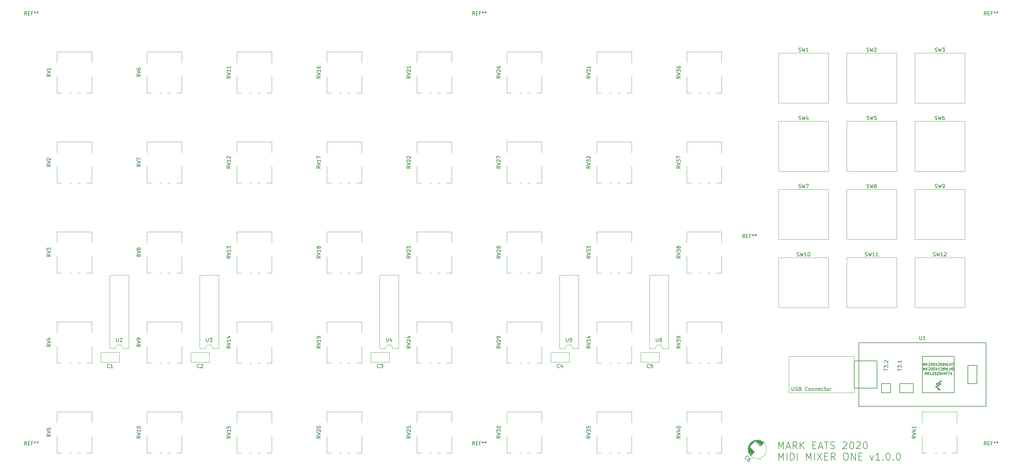
<source format=gbr>
G04 #@! TF.GenerationSoftware,KiCad,Pcbnew,(5.1.6)-1*
G04 #@! TF.CreationDate,2020-07-22T15:23:24-07:00*
G04 #@! TF.ProjectId,MIDI Mixer One v03,4d494449-204d-4697-9865-72204f6e6520,v1.0.0*
G04 #@! TF.SameCoordinates,Original*
G04 #@! TF.FileFunction,Legend,Top*
G04 #@! TF.FilePolarity,Positive*
%FSLAX46Y46*%
G04 Gerber Fmt 4.6, Leading zero omitted, Abs format (unit mm)*
G04 Created by KiCad (PCBNEW (5.1.6)-1) date 2020-07-22 15:23:24*
%MOMM*%
%LPD*%
G01*
G04 APERTURE LIST*
%ADD10C,0.150000*%
%ADD11C,0.120000*%
%ADD12C,0.100000*%
G04 APERTURE END LIST*
D10*
X277179690Y-185765761D02*
X277179690Y-183765761D01*
X277846357Y-185194333D01*
X278513023Y-183765761D01*
X278513023Y-185765761D01*
X279370166Y-185194333D02*
X280322547Y-185194333D01*
X279179690Y-185765761D02*
X279846357Y-183765761D01*
X280513023Y-185765761D01*
X282322547Y-185765761D02*
X281655880Y-184813380D01*
X281179690Y-185765761D02*
X281179690Y-183765761D01*
X281941595Y-183765761D01*
X282132071Y-183861000D01*
X282227309Y-183956238D01*
X282322547Y-184146714D01*
X282322547Y-184432428D01*
X282227309Y-184622904D01*
X282132071Y-184718142D01*
X281941595Y-184813380D01*
X281179690Y-184813380D01*
X283179690Y-185765761D02*
X283179690Y-183765761D01*
X284322547Y-185765761D02*
X283465404Y-184622904D01*
X284322547Y-183765761D02*
X283179690Y-184908619D01*
X286703500Y-184718142D02*
X287370166Y-184718142D01*
X287655880Y-185765761D02*
X286703500Y-185765761D01*
X286703500Y-183765761D01*
X287655880Y-183765761D01*
X288417785Y-185194333D02*
X289370166Y-185194333D01*
X288227309Y-185765761D02*
X288893976Y-183765761D01*
X289560642Y-185765761D01*
X289941595Y-183765761D02*
X291084452Y-183765761D01*
X290513023Y-185765761D02*
X290513023Y-183765761D01*
X291655880Y-185670523D02*
X291941595Y-185765761D01*
X292417785Y-185765761D01*
X292608261Y-185670523D01*
X292703500Y-185575285D01*
X292798738Y-185384809D01*
X292798738Y-185194333D01*
X292703500Y-185003857D01*
X292608261Y-184908619D01*
X292417785Y-184813380D01*
X292036833Y-184718142D01*
X291846357Y-184622904D01*
X291751119Y-184527666D01*
X291655880Y-184337190D01*
X291655880Y-184146714D01*
X291751119Y-183956238D01*
X291846357Y-183861000D01*
X292036833Y-183765761D01*
X292513023Y-183765761D01*
X292798738Y-183861000D01*
X295084452Y-183956238D02*
X295179690Y-183861000D01*
X295370166Y-183765761D01*
X295846357Y-183765761D01*
X296036833Y-183861000D01*
X296132071Y-183956238D01*
X296227309Y-184146714D01*
X296227309Y-184337190D01*
X296132071Y-184622904D01*
X294989214Y-185765761D01*
X296227309Y-185765761D01*
X297465404Y-183765761D02*
X297655880Y-183765761D01*
X297846357Y-183861000D01*
X297941595Y-183956238D01*
X298036833Y-184146714D01*
X298132071Y-184527666D01*
X298132071Y-185003857D01*
X298036833Y-185384809D01*
X297941595Y-185575285D01*
X297846357Y-185670523D01*
X297655880Y-185765761D01*
X297465404Y-185765761D01*
X297274928Y-185670523D01*
X297179690Y-185575285D01*
X297084452Y-185384809D01*
X296989214Y-185003857D01*
X296989214Y-184527666D01*
X297084452Y-184146714D01*
X297179690Y-183956238D01*
X297274928Y-183861000D01*
X297465404Y-183765761D01*
X298893976Y-183956238D02*
X298989214Y-183861000D01*
X299179690Y-183765761D01*
X299655880Y-183765761D01*
X299846357Y-183861000D01*
X299941595Y-183956238D01*
X300036833Y-184146714D01*
X300036833Y-184337190D01*
X299941595Y-184622904D01*
X298798738Y-185765761D01*
X300036833Y-185765761D01*
X301274928Y-183765761D02*
X301465404Y-183765761D01*
X301655880Y-183861000D01*
X301751119Y-183956238D01*
X301846357Y-184146714D01*
X301941595Y-184527666D01*
X301941595Y-185003857D01*
X301846357Y-185384809D01*
X301751119Y-185575285D01*
X301655880Y-185670523D01*
X301465404Y-185765761D01*
X301274928Y-185765761D01*
X301084452Y-185670523D01*
X300989214Y-185575285D01*
X300893976Y-185384809D01*
X300798738Y-185003857D01*
X300798738Y-184527666D01*
X300893976Y-184146714D01*
X300989214Y-183956238D01*
X301084452Y-183861000D01*
X301274928Y-183765761D01*
X277179690Y-188915761D02*
X277179690Y-186915761D01*
X277846357Y-188344333D01*
X278513023Y-186915761D01*
X278513023Y-188915761D01*
X279465404Y-188915761D02*
X279465404Y-186915761D01*
X280417785Y-188915761D02*
X280417785Y-186915761D01*
X280893976Y-186915761D01*
X281179690Y-187011000D01*
X281370166Y-187201476D01*
X281465404Y-187391952D01*
X281560642Y-187772904D01*
X281560642Y-188058619D01*
X281465404Y-188439571D01*
X281370166Y-188630047D01*
X281179690Y-188820523D01*
X280893976Y-188915761D01*
X280417785Y-188915761D01*
X282417785Y-188915761D02*
X282417785Y-186915761D01*
X284893976Y-188915761D02*
X284893976Y-186915761D01*
X285560642Y-188344333D01*
X286227309Y-186915761D01*
X286227309Y-188915761D01*
X287179690Y-188915761D02*
X287179690Y-186915761D01*
X287941595Y-186915761D02*
X289274928Y-188915761D01*
X289274928Y-186915761D02*
X287941595Y-188915761D01*
X290036833Y-187868142D02*
X290703500Y-187868142D01*
X290989214Y-188915761D02*
X290036833Y-188915761D01*
X290036833Y-186915761D01*
X290989214Y-186915761D01*
X292989214Y-188915761D02*
X292322547Y-187963380D01*
X291846357Y-188915761D02*
X291846357Y-186915761D01*
X292608261Y-186915761D01*
X292798738Y-187011000D01*
X292893976Y-187106238D01*
X292989214Y-187296714D01*
X292989214Y-187582428D01*
X292893976Y-187772904D01*
X292798738Y-187868142D01*
X292608261Y-187963380D01*
X291846357Y-187963380D01*
X295751119Y-186915761D02*
X296132071Y-186915761D01*
X296322547Y-187011000D01*
X296513023Y-187201476D01*
X296608261Y-187582428D01*
X296608261Y-188249095D01*
X296513023Y-188630047D01*
X296322547Y-188820523D01*
X296132071Y-188915761D01*
X295751119Y-188915761D01*
X295560642Y-188820523D01*
X295370166Y-188630047D01*
X295274928Y-188249095D01*
X295274928Y-187582428D01*
X295370166Y-187201476D01*
X295560642Y-187011000D01*
X295751119Y-186915761D01*
X297465404Y-188915761D02*
X297465404Y-186915761D01*
X298608261Y-188915761D01*
X298608261Y-186915761D01*
X299560642Y-187868142D02*
X300227309Y-187868142D01*
X300513023Y-188915761D02*
X299560642Y-188915761D01*
X299560642Y-186915761D01*
X300513023Y-186915761D01*
X302703500Y-187582428D02*
X303179690Y-188915761D01*
X303655880Y-187582428D01*
X305465404Y-188915761D02*
X304322547Y-188915761D01*
X304893976Y-188915761D02*
X304893976Y-186915761D01*
X304703500Y-187201476D01*
X304513023Y-187391952D01*
X304322547Y-187487190D01*
X306322547Y-188725285D02*
X306417785Y-188820523D01*
X306322547Y-188915761D01*
X306227309Y-188820523D01*
X306322547Y-188725285D01*
X306322547Y-188915761D01*
X307655880Y-186915761D02*
X307846357Y-186915761D01*
X308036833Y-187011000D01*
X308132071Y-187106238D01*
X308227309Y-187296714D01*
X308322547Y-187677666D01*
X308322547Y-188153857D01*
X308227309Y-188534809D01*
X308132071Y-188725285D01*
X308036833Y-188820523D01*
X307846357Y-188915761D01*
X307655880Y-188915761D01*
X307465404Y-188820523D01*
X307370166Y-188725285D01*
X307274928Y-188534809D01*
X307179690Y-188153857D01*
X307179690Y-187677666D01*
X307274928Y-187296714D01*
X307370166Y-187106238D01*
X307465404Y-187011000D01*
X307655880Y-186915761D01*
X309179690Y-188725285D02*
X309274928Y-188820523D01*
X309179690Y-188915761D01*
X309084452Y-188820523D01*
X309179690Y-188725285D01*
X309179690Y-188915761D01*
X310513023Y-186915761D02*
X310703500Y-186915761D01*
X310893976Y-187011000D01*
X310989214Y-187106238D01*
X311084452Y-187296714D01*
X311179690Y-187677666D01*
X311179690Y-188153857D01*
X311084452Y-188534809D01*
X310989214Y-188725285D01*
X310893976Y-188820523D01*
X310703500Y-188915761D01*
X310513023Y-188915761D01*
X310322547Y-188820523D01*
X310227309Y-188725285D01*
X310132071Y-188534809D01*
X310036833Y-188153857D01*
X310036833Y-187677666D01*
X310132071Y-187296714D01*
X310227309Y-187106238D01*
X310322547Y-187011000D01*
X310513023Y-186915761D01*
X280878595Y-168489380D02*
X280878595Y-169298904D01*
X280926214Y-169394142D01*
X280973833Y-169441761D01*
X281069071Y-169489380D01*
X281259547Y-169489380D01*
X281354785Y-169441761D01*
X281402404Y-169394142D01*
X281450023Y-169298904D01*
X281450023Y-168489380D01*
X281878595Y-169441761D02*
X282021452Y-169489380D01*
X282259547Y-169489380D01*
X282354785Y-169441761D01*
X282402404Y-169394142D01*
X282450023Y-169298904D01*
X282450023Y-169203666D01*
X282402404Y-169108428D01*
X282354785Y-169060809D01*
X282259547Y-169013190D01*
X282069071Y-168965571D01*
X281973833Y-168917952D01*
X281926214Y-168870333D01*
X281878595Y-168775095D01*
X281878595Y-168679857D01*
X281926214Y-168584619D01*
X281973833Y-168537000D01*
X282069071Y-168489380D01*
X282307166Y-168489380D01*
X282450023Y-168537000D01*
X283211928Y-168965571D02*
X283354785Y-169013190D01*
X283402404Y-169060809D01*
X283450023Y-169156047D01*
X283450023Y-169298904D01*
X283402404Y-169394142D01*
X283354785Y-169441761D01*
X283259547Y-169489380D01*
X282878595Y-169489380D01*
X282878595Y-168489380D01*
X283211928Y-168489380D01*
X283307166Y-168537000D01*
X283354785Y-168584619D01*
X283402404Y-168679857D01*
X283402404Y-168775095D01*
X283354785Y-168870333D01*
X283307166Y-168917952D01*
X283211928Y-168965571D01*
X282878595Y-168965571D01*
X285211928Y-169394142D02*
X285164309Y-169441761D01*
X285021452Y-169489380D01*
X284926214Y-169489380D01*
X284783357Y-169441761D01*
X284688119Y-169346523D01*
X284640500Y-169251285D01*
X284592880Y-169060809D01*
X284592880Y-168917952D01*
X284640500Y-168727476D01*
X284688119Y-168632238D01*
X284783357Y-168537000D01*
X284926214Y-168489380D01*
X285021452Y-168489380D01*
X285164309Y-168537000D01*
X285211928Y-168584619D01*
X285783357Y-169489380D02*
X285688119Y-169441761D01*
X285640500Y-169394142D01*
X285592880Y-169298904D01*
X285592880Y-169013190D01*
X285640500Y-168917952D01*
X285688119Y-168870333D01*
X285783357Y-168822714D01*
X285926214Y-168822714D01*
X286021452Y-168870333D01*
X286069071Y-168917952D01*
X286116690Y-169013190D01*
X286116690Y-169298904D01*
X286069071Y-169394142D01*
X286021452Y-169441761D01*
X285926214Y-169489380D01*
X285783357Y-169489380D01*
X286545261Y-168822714D02*
X286545261Y-169489380D01*
X286545261Y-168917952D02*
X286592880Y-168870333D01*
X286688119Y-168822714D01*
X286830976Y-168822714D01*
X286926214Y-168870333D01*
X286973833Y-168965571D01*
X286973833Y-169489380D01*
X287450023Y-168822714D02*
X287450023Y-169489380D01*
X287450023Y-168917952D02*
X287497642Y-168870333D01*
X287592880Y-168822714D01*
X287735738Y-168822714D01*
X287830976Y-168870333D01*
X287878595Y-168965571D01*
X287878595Y-169489380D01*
X288735738Y-169441761D02*
X288640500Y-169489380D01*
X288450023Y-169489380D01*
X288354785Y-169441761D01*
X288307166Y-169346523D01*
X288307166Y-168965571D01*
X288354785Y-168870333D01*
X288450023Y-168822714D01*
X288640500Y-168822714D01*
X288735738Y-168870333D01*
X288783357Y-168965571D01*
X288783357Y-169060809D01*
X288307166Y-169156047D01*
X289640500Y-169441761D02*
X289545261Y-169489380D01*
X289354785Y-169489380D01*
X289259547Y-169441761D01*
X289211928Y-169394142D01*
X289164309Y-169298904D01*
X289164309Y-169013190D01*
X289211928Y-168917952D01*
X289259547Y-168870333D01*
X289354785Y-168822714D01*
X289545261Y-168822714D01*
X289640500Y-168870333D01*
X289926214Y-168822714D02*
X290307166Y-168822714D01*
X290069071Y-168489380D02*
X290069071Y-169346523D01*
X290116690Y-169441761D01*
X290211928Y-169489380D01*
X290307166Y-169489380D01*
X290783357Y-169489380D02*
X290688119Y-169441761D01*
X290640500Y-169394142D01*
X290592880Y-169298904D01*
X290592880Y-169013190D01*
X290640500Y-168917952D01*
X290688119Y-168870333D01*
X290783357Y-168822714D01*
X290926214Y-168822714D01*
X291021452Y-168870333D01*
X291069071Y-168917952D01*
X291116690Y-169013190D01*
X291116690Y-169298904D01*
X291069071Y-169394142D01*
X291021452Y-169441761D01*
X290926214Y-169489380D01*
X290783357Y-169489380D01*
X291545261Y-169489380D02*
X291545261Y-168822714D01*
X291545261Y-169013190D02*
X291592880Y-168917952D01*
X291640500Y-168870333D01*
X291735738Y-168822714D01*
X291830976Y-168822714D01*
D11*
X292227000Y-159893000D02*
X298323000Y-159893000D01*
X298323000Y-170053000D02*
X292227000Y-170053000D01*
X298323000Y-159893000D02*
X298323000Y-170053000D01*
X280035000Y-159893000D02*
X280035000Y-170053000D01*
X292227000Y-170053000D02*
X280035000Y-170053000D01*
X280035000Y-159893000D02*
X292227000Y-159893000D01*
X315214000Y-113284000D02*
X329184000Y-113284000D01*
X329184000Y-113284000D02*
X329184000Y-127254000D01*
X329184000Y-127254000D02*
X315214000Y-127254000D01*
X315214000Y-127254000D02*
X315214000Y-113284000D01*
X232887000Y-136661000D02*
X232057000Y-136661000D01*
X230437000Y-136661000D02*
X229907000Y-136661000D01*
X227537000Y-136661000D02*
X226357000Y-136661000D01*
X236097000Y-136661000D02*
X236097000Y-131941000D01*
X226357000Y-128131000D02*
X226357000Y-125071000D01*
X226347000Y-136661000D02*
X226347000Y-131941000D01*
X236097000Y-128131000D02*
X236097000Y-125071000D01*
X236097000Y-136661000D02*
X234607000Y-136661000D01*
X236097000Y-125071000D02*
X226357000Y-125071000D01*
X219567000Y-157667000D02*
X221217000Y-157667000D01*
X221217000Y-157667000D02*
X221217000Y-137227000D01*
X221217000Y-137227000D02*
X215917000Y-137227000D01*
X215917000Y-137227000D02*
X215917000Y-157667000D01*
X215917000Y-157667000D02*
X217567000Y-157667000D01*
X217567000Y-157667000D02*
G75*
G02*
X219567000Y-157667000I1000000J0D01*
G01*
X207741000Y-161807000D02*
X206911000Y-161807000D01*
X205291000Y-161807000D02*
X204761000Y-161807000D01*
X202391000Y-161807000D02*
X201211000Y-161807000D01*
X210951000Y-161807000D02*
X210951000Y-157087000D01*
X201211000Y-153277000D02*
X201211000Y-150217000D01*
X201201000Y-161807000D02*
X201201000Y-157087000D01*
X210951000Y-153277000D02*
X210951000Y-150217000D01*
X210951000Y-161807000D02*
X209461000Y-161807000D01*
X210951000Y-150217000D02*
X201211000Y-150217000D01*
X157449000Y-136661000D02*
X156619000Y-136661000D01*
X154999000Y-136661000D02*
X154469000Y-136661000D01*
X152099000Y-136661000D02*
X150919000Y-136661000D01*
X160659000Y-136661000D02*
X160659000Y-131941000D01*
X150919000Y-128131000D02*
X150919000Y-125071000D01*
X150909000Y-136661000D02*
X150909000Y-131941000D01*
X160659000Y-128131000D02*
X160659000Y-125071000D01*
X160659000Y-136661000D02*
X159169000Y-136661000D01*
X160659000Y-125071000D02*
X150919000Y-125071000D01*
X182595000Y-136661000D02*
X181765000Y-136661000D01*
X180145000Y-136661000D02*
X179615000Y-136661000D01*
X177245000Y-136661000D02*
X176065000Y-136661000D01*
X185805000Y-136661000D02*
X185805000Y-131941000D01*
X176065000Y-128131000D02*
X176065000Y-125071000D01*
X176055000Y-136661000D02*
X176055000Y-131941000D01*
X185805000Y-128131000D02*
X185805000Y-125071000D01*
X185805000Y-136661000D02*
X184315000Y-136661000D01*
X185805000Y-125071000D02*
X176065000Y-125071000D01*
X157449000Y-161807000D02*
X156619000Y-161807000D01*
X154999000Y-161807000D02*
X154469000Y-161807000D01*
X152099000Y-161807000D02*
X150919000Y-161807000D01*
X160659000Y-161807000D02*
X160659000Y-157087000D01*
X150919000Y-153277000D02*
X150919000Y-150217000D01*
X150909000Y-161807000D02*
X150909000Y-157087000D01*
X160659000Y-153277000D02*
X160659000Y-150217000D01*
X160659000Y-161807000D02*
X159169000Y-161807000D01*
X160659000Y-150217000D02*
X150919000Y-150217000D01*
X169275000Y-157667000D02*
X170925000Y-157667000D01*
X170925000Y-157667000D02*
X170925000Y-137227000D01*
X170925000Y-137227000D02*
X165625000Y-137227000D01*
X165625000Y-137227000D02*
X165625000Y-157667000D01*
X165625000Y-157667000D02*
X167275000Y-157667000D01*
X167275000Y-157667000D02*
G75*
G02*
X169275000Y-157667000I1000000J0D01*
G01*
X93837000Y-157667000D02*
X95487000Y-157667000D01*
X95487000Y-157667000D02*
X95487000Y-137227000D01*
X95487000Y-137227000D02*
X90187000Y-137227000D01*
X90187000Y-137227000D02*
X90187000Y-157667000D01*
X90187000Y-157667000D02*
X91837000Y-157667000D01*
X91837000Y-157667000D02*
G75*
G02*
X93837000Y-157667000I1000000J0D01*
G01*
X258033000Y-136661000D02*
X257203000Y-136661000D01*
X255583000Y-136661000D02*
X255053000Y-136661000D01*
X252683000Y-136661000D02*
X251503000Y-136661000D01*
X261243000Y-136661000D02*
X261243000Y-131941000D01*
X251503000Y-128131000D02*
X251503000Y-125071000D01*
X251493000Y-136661000D02*
X251493000Y-131941000D01*
X261243000Y-128131000D02*
X261243000Y-125071000D01*
X261243000Y-136661000D02*
X259753000Y-136661000D01*
X261243000Y-125071000D02*
X251503000Y-125071000D01*
X315214000Y-132334000D02*
X329184000Y-132334000D01*
X329184000Y-132334000D02*
X329184000Y-146304000D01*
X329184000Y-146304000D02*
X315214000Y-146304000D01*
X315214000Y-146304000D02*
X315214000Y-132334000D01*
X168375000Y-161517000D02*
X163135000Y-161517000D01*
X168375000Y-158777000D02*
X163135000Y-158777000D01*
X168375000Y-161517000D02*
X168375000Y-158777000D01*
X163135000Y-161517000D02*
X163135000Y-158777000D01*
X118083000Y-161517000D02*
X112843000Y-161517000D01*
X118083000Y-158777000D02*
X112843000Y-158777000D01*
X118083000Y-161517000D02*
X118083000Y-158777000D01*
X112843000Y-161517000D02*
X112843000Y-158777000D01*
X92937000Y-161517000D02*
X87697000Y-161517000D01*
X92937000Y-158777000D02*
X87697000Y-158777000D01*
X92937000Y-161517000D02*
X92937000Y-158777000D01*
X87697000Y-161517000D02*
X87697000Y-158777000D01*
X243813000Y-161517000D02*
X238573000Y-161517000D01*
X243813000Y-158777000D02*
X238573000Y-158777000D01*
X243813000Y-161517000D02*
X243813000Y-158777000D01*
X238573000Y-161517000D02*
X238573000Y-158777000D01*
X218667000Y-161517000D02*
X213427000Y-161517000D01*
X218667000Y-158777000D02*
X213427000Y-158777000D01*
X218667000Y-161517000D02*
X218667000Y-158777000D01*
X213427000Y-161517000D02*
X213427000Y-158777000D01*
X273819893Y-185855893D02*
G75*
G03*
X273819893Y-185855893I-2620000J0D01*
G01*
X271935284Y-185120502D02*
X273024229Y-184031558D01*
X269375558Y-187680229D02*
X270464502Y-186591284D01*
X271907000Y-185092218D02*
X272995944Y-184003273D01*
X269347273Y-187651944D02*
X270436218Y-186563000D01*
X269319696Y-187622953D02*
X270407934Y-186534716D01*
X271878716Y-185063934D02*
X272966953Y-183975696D01*
X269292119Y-187593962D02*
X270379649Y-186506431D01*
X271850431Y-185035649D02*
X272937962Y-183948119D01*
X269265249Y-187564263D02*
X270351365Y-186478147D01*
X271822147Y-185007365D02*
X272908263Y-183921249D01*
X269239086Y-187533858D02*
X270323081Y-186449863D01*
X271793863Y-184979081D02*
X272877858Y-183895086D01*
X269213630Y-187502745D02*
X270294797Y-186421579D01*
X271765579Y-184950797D02*
X272846745Y-183869630D01*
X269188174Y-187471632D02*
X270266512Y-186393294D01*
X271737294Y-184922512D02*
X272815632Y-183844174D01*
X269162719Y-187440520D02*
X270238228Y-186365010D01*
X271709010Y-184894228D02*
X272784520Y-183818719D01*
X269137970Y-187408700D02*
X270209944Y-186336726D01*
X271680726Y-184865944D02*
X272752700Y-183793970D01*
X269113928Y-187376173D02*
X270181659Y-186308442D01*
X271652442Y-184837659D02*
X272720173Y-183769928D01*
X269090594Y-187342939D02*
X270153375Y-186280157D01*
X271624157Y-184809375D02*
X272686939Y-183746594D01*
X269067259Y-187309705D02*
X270125091Y-186251873D01*
X271595873Y-184781091D02*
X272653705Y-183723259D01*
X269044632Y-187275764D02*
X270096807Y-186223589D01*
X271567589Y-184752807D02*
X272619764Y-183700632D01*
X269022004Y-187241823D02*
X270068522Y-186195304D01*
X271539304Y-184724522D02*
X272585823Y-183678004D01*
X269000084Y-187207174D02*
X270040238Y-186167020D01*
X271511020Y-184696238D02*
X272551174Y-183656084D01*
X268978871Y-187171819D02*
X270011954Y-186138736D01*
X271482736Y-184667954D02*
X272515819Y-183634871D01*
X268957658Y-187136464D02*
X269983670Y-186110452D01*
X271454452Y-184639670D02*
X272480464Y-183613658D01*
X268936444Y-187099694D02*
X269954678Y-186081460D01*
X271425460Y-184610678D02*
X272443694Y-183592444D01*
X268916645Y-187062924D02*
X269926394Y-186053176D01*
X271397176Y-184582394D02*
X272406924Y-183572645D01*
X268897554Y-187025448D02*
X269898110Y-186024892D01*
X271368892Y-184554110D02*
X272369448Y-183553554D01*
X268878462Y-186987971D02*
X269869825Y-185996607D01*
X271340607Y-184525825D02*
X272331971Y-183534462D01*
X268860077Y-186949787D02*
X269841541Y-185968323D01*
X271312323Y-184497541D02*
X272293787Y-183516077D01*
X268841692Y-186911604D02*
X269813257Y-185940039D01*
X271284039Y-184469257D02*
X272255604Y-183497692D01*
X268824722Y-186872006D02*
X269784973Y-185911755D01*
X271255755Y-184440973D02*
X272216006Y-183480722D01*
X268807751Y-186832408D02*
X269756688Y-185883470D01*
X271227470Y-184412688D02*
X272176408Y-183463751D01*
X268791488Y-186792103D02*
X269728404Y-185855186D01*
X271199186Y-184384404D02*
X272136103Y-183447488D01*
X268775224Y-186751798D02*
X269700120Y-185826902D01*
X271170902Y-184356120D02*
X272095798Y-183431224D01*
X268760375Y-186710078D02*
X269671835Y-185798618D01*
X271142618Y-184327835D02*
X272054078Y-183416375D01*
X268745526Y-186668359D02*
X269643551Y-185770333D01*
X271114333Y-184299551D02*
X272012359Y-183401526D01*
X268731383Y-186625933D02*
X269615267Y-185742049D01*
X271086049Y-184271267D02*
X271969933Y-183387383D01*
X268718656Y-186582092D02*
X269586983Y-185713765D01*
X271057765Y-184242983D02*
X271926092Y-183374656D01*
X268705220Y-186538958D02*
X269558698Y-185685480D01*
X271029480Y-184214698D02*
X271882958Y-183361220D01*
X268693200Y-186494411D02*
X269530414Y-185657196D01*
X271001196Y-184186414D02*
X271838411Y-183349200D01*
X268681886Y-186449156D02*
X269502130Y-185628912D01*
X270972912Y-184158130D02*
X271793156Y-183337886D01*
X268671279Y-186403194D02*
X269473846Y-185600628D01*
X270944628Y-184129846D02*
X271747194Y-183327279D01*
X268661380Y-186356525D02*
X269445561Y-185572343D01*
X270916343Y-184101561D02*
X271700525Y-183317380D01*
X268652187Y-186309149D02*
X269417277Y-185544059D01*
X270888059Y-184073277D02*
X271653149Y-183308187D01*
X268642995Y-186261773D02*
X269388993Y-185515775D01*
X270859775Y-184044993D02*
X271605773Y-183298995D01*
X268635924Y-186212275D02*
X269360708Y-185487491D01*
X270831491Y-184016708D02*
X271556275Y-183291924D01*
X268628853Y-186162778D02*
X269332424Y-185459206D01*
X270803206Y-183988424D02*
X271506778Y-183284853D01*
X268622489Y-186112573D02*
X269304140Y-185430922D01*
X270774922Y-183960140D02*
X271456573Y-183278489D01*
X268617539Y-186060954D02*
X269275856Y-185402638D01*
X270746638Y-183931856D02*
X271404954Y-183273539D01*
X268613297Y-186008628D02*
X269247571Y-185374354D01*
X270718354Y-183903571D02*
X271352628Y-183269297D01*
X268610468Y-185954888D02*
X269219287Y-185346069D01*
X270690069Y-183875287D02*
X271298888Y-183266468D01*
X268608347Y-185900441D02*
X269191003Y-185317785D01*
X270661785Y-183847003D02*
X271244441Y-183264347D01*
X268606933Y-185845287D02*
X269162719Y-185289501D01*
X270633501Y-183818719D02*
X271189287Y-183262933D01*
X268607640Y-185788011D02*
X269134434Y-185261216D01*
X270605216Y-183790434D02*
X271132011Y-183263640D01*
X268609054Y-185730028D02*
X269106150Y-185232932D01*
X270576932Y-183762150D02*
X271074028Y-183265054D01*
X268611882Y-185670631D02*
X269077866Y-185204648D01*
X270548648Y-183733866D02*
X271014631Y-183267882D01*
X268616125Y-185609820D02*
X269049581Y-185176364D01*
X270520364Y-183705581D02*
X270953820Y-183272125D01*
X268621782Y-185547595D02*
X270891595Y-183277782D01*
X268629560Y-185483248D02*
X270827248Y-183285560D01*
X268639460Y-185416780D02*
X270760780Y-183295460D01*
X268651480Y-185348191D02*
X270692191Y-183307480D01*
X268665623Y-185277480D02*
X270621480Y-183321623D01*
X268682593Y-185203941D02*
X270547941Y-183338593D01*
X268702392Y-185127573D02*
X270471573Y-183358392D01*
X268725727Y-185047670D02*
X270391670Y-183381727D01*
X268754011Y-184962817D02*
X270306817Y-183410011D01*
X268787245Y-184873015D02*
X270217015Y-183443245D01*
X268826843Y-184776848D02*
X270120848Y-183482843D01*
X268876340Y-184670782D02*
X270014782Y-183532340D01*
X268938566Y-184551988D02*
X269895988Y-183594566D01*
X269022711Y-184411274D02*
X269755274Y-183678711D01*
X269159890Y-184217527D02*
X269561527Y-183815890D01*
X272140186Y-188882151D02*
X271786633Y-188528598D01*
X271786633Y-188882151D02*
X272140186Y-188528598D01*
D10*
X299593000Y-168783000D02*
X298323000Y-168783000D01*
X298323000Y-168783000D02*
X298323000Y-161163000D01*
X298323000Y-161163000D02*
X299593000Y-161163000D01*
X311023000Y-170053000D02*
X314833000Y-170053000D01*
X314833000Y-170053000D02*
X314833000Y-167513000D01*
X314833000Y-167513000D02*
X311023000Y-167513000D01*
X311023000Y-167513000D02*
X311023000Y-170053000D01*
X304673000Y-168783000D02*
X304673000Y-161163000D01*
X304673000Y-161163000D02*
X299593000Y-161163000D01*
X304673000Y-168783000D02*
X299593000Y-168783000D01*
X305943000Y-170053000D02*
X308483000Y-170053000D01*
X308483000Y-170053000D02*
X308483000Y-167513000D01*
X308483000Y-167513000D02*
X305943000Y-167513000D01*
X305943000Y-167513000D02*
X305943000Y-170053000D01*
X332613000Y-162433000D02*
X332613000Y-167513000D01*
X332613000Y-167513000D02*
X330073000Y-167513000D01*
X330073000Y-167513000D02*
X330073000Y-162433000D01*
X330073000Y-162433000D02*
X332613000Y-162433000D01*
X326263000Y-170053000D02*
X326263000Y-159893000D01*
X317373000Y-159893000D02*
X317373000Y-170053000D01*
X326263000Y-159893000D02*
X317373000Y-159893000D01*
X326263000Y-170053000D02*
X317373000Y-170053000D01*
X299593000Y-156083000D02*
X335153000Y-156083000D01*
X335153000Y-156083000D02*
X335153000Y-173863000D01*
X335153000Y-173863000D02*
X299593000Y-173863000D01*
X299593000Y-173863000D02*
X299593000Y-156083000D01*
D12*
G36*
X321310000Y-167894000D02*
G01*
X321056000Y-167640000D01*
X321437000Y-167386000D01*
X321691000Y-167640000D01*
X321310000Y-167894000D01*
G37*
X321310000Y-167894000D02*
X321056000Y-167640000D01*
X321437000Y-167386000D01*
X321691000Y-167640000D01*
X321310000Y-167894000D01*
G36*
X321691000Y-168275000D02*
G01*
X321437000Y-168021000D01*
X321818000Y-167767000D01*
X322072000Y-168021000D01*
X321691000Y-168275000D01*
G37*
X321691000Y-168275000D02*
X321437000Y-168021000D01*
X321818000Y-167767000D01*
X322072000Y-168021000D01*
X321691000Y-168275000D01*
G36*
X322326000Y-167132000D02*
G01*
X322072000Y-166878000D01*
X322453000Y-166624000D01*
X322707000Y-166878000D01*
X322326000Y-167132000D01*
G37*
X322326000Y-167132000D02*
X322072000Y-166878000D01*
X322453000Y-166624000D01*
X322707000Y-166878000D01*
X322326000Y-167132000D01*
G36*
X321564000Y-169037000D02*
G01*
X321310000Y-168783000D01*
X321691000Y-168529000D01*
X321945000Y-168783000D01*
X321564000Y-169037000D01*
G37*
X321564000Y-169037000D02*
X321310000Y-168783000D01*
X321691000Y-168529000D01*
X321945000Y-168783000D01*
X321564000Y-169037000D01*
G36*
X321818000Y-167513000D02*
G01*
X321564000Y-167259000D01*
X321945000Y-167005000D01*
X322199000Y-167259000D01*
X321818000Y-167513000D01*
G37*
X321818000Y-167513000D02*
X321564000Y-167259000D01*
X321945000Y-167005000D01*
X322199000Y-167259000D01*
X321818000Y-167513000D01*
G36*
X321945000Y-169418000D02*
G01*
X321691000Y-169164000D01*
X322072000Y-168910000D01*
X322326000Y-169164000D01*
X321945000Y-169418000D01*
G37*
X321945000Y-169418000D02*
X321691000Y-169164000D01*
X322072000Y-168910000D01*
X322326000Y-169164000D01*
X321945000Y-169418000D01*
G36*
X321183000Y-168656000D02*
G01*
X320929000Y-168402000D01*
X321310000Y-168148000D01*
X321564000Y-168402000D01*
X321183000Y-168656000D01*
G37*
X321183000Y-168656000D02*
X320929000Y-168402000D01*
X321310000Y-168148000D01*
X321564000Y-168402000D01*
X321183000Y-168656000D01*
G36*
X322199000Y-167894000D02*
G01*
X321945000Y-167640000D01*
X322326000Y-167386000D01*
X322580000Y-167640000D01*
X322199000Y-167894000D01*
G37*
X322199000Y-167894000D02*
X321945000Y-167640000D01*
X322326000Y-167386000D01*
X322580000Y-167640000D01*
X322199000Y-167894000D01*
D11*
X244713000Y-157667000D02*
X246363000Y-157667000D01*
X246363000Y-157667000D02*
X246363000Y-137227000D01*
X246363000Y-137227000D02*
X241063000Y-137227000D01*
X241063000Y-137227000D02*
X241063000Y-157667000D01*
X241063000Y-157667000D02*
X242713000Y-157667000D01*
X242713000Y-157667000D02*
G75*
G02*
X244713000Y-157667000I1000000J0D01*
G01*
X296164000Y-132334000D02*
X310134000Y-132334000D01*
X310134000Y-132334000D02*
X310134000Y-146304000D01*
X310134000Y-146304000D02*
X296164000Y-146304000D01*
X296164000Y-146304000D02*
X296164000Y-132334000D01*
X277114000Y-113284000D02*
X291084000Y-113284000D01*
X291084000Y-113284000D02*
X291084000Y-127254000D01*
X291084000Y-127254000D02*
X277114000Y-127254000D01*
X277114000Y-127254000D02*
X277114000Y-113284000D01*
X277114000Y-132334000D02*
X291084000Y-132334000D01*
X291084000Y-132334000D02*
X291084000Y-146304000D01*
X291084000Y-146304000D02*
X277114000Y-146304000D01*
X277114000Y-146304000D02*
X277114000Y-132334000D01*
X157449000Y-186953000D02*
X156619000Y-186953000D01*
X154999000Y-186953000D02*
X154469000Y-186953000D01*
X152099000Y-186953000D02*
X150919000Y-186953000D01*
X160659000Y-186953000D02*
X160659000Y-182233000D01*
X150919000Y-178423000D02*
X150919000Y-175363000D01*
X150909000Y-186953000D02*
X150909000Y-182233000D01*
X160659000Y-178423000D02*
X160659000Y-175363000D01*
X160659000Y-186953000D02*
X159169000Y-186953000D01*
X160659000Y-175363000D02*
X150919000Y-175363000D01*
X118983000Y-157667000D02*
X120633000Y-157667000D01*
X120633000Y-157667000D02*
X120633000Y-137227000D01*
X120633000Y-137227000D02*
X115333000Y-137227000D01*
X115333000Y-137227000D02*
X115333000Y-157667000D01*
X115333000Y-157667000D02*
X116983000Y-157667000D01*
X116983000Y-157667000D02*
G75*
G02*
X118983000Y-157667000I1000000J0D01*
G01*
X296164000Y-113284000D02*
X310134000Y-113284000D01*
X310134000Y-113284000D02*
X310134000Y-127254000D01*
X310134000Y-127254000D02*
X296164000Y-127254000D01*
X296164000Y-127254000D02*
X296164000Y-113284000D01*
X315214000Y-94234000D02*
X329184000Y-94234000D01*
X329184000Y-94234000D02*
X329184000Y-108204000D01*
X329184000Y-108204000D02*
X315214000Y-108204000D01*
X315214000Y-108204000D02*
X315214000Y-94234000D01*
X296164000Y-94234000D02*
X310134000Y-94234000D01*
X310134000Y-94234000D02*
X310134000Y-108204000D01*
X310134000Y-108204000D02*
X296164000Y-108204000D01*
X296164000Y-108204000D02*
X296164000Y-94234000D01*
X277114000Y-94234000D02*
X291084000Y-94234000D01*
X291084000Y-94234000D02*
X291084000Y-108204000D01*
X291084000Y-108204000D02*
X277114000Y-108204000D01*
X277114000Y-108204000D02*
X277114000Y-94234000D01*
X315214000Y-75184000D02*
X329184000Y-75184000D01*
X329184000Y-75184000D02*
X329184000Y-89154000D01*
X329184000Y-89154000D02*
X315214000Y-89154000D01*
X315214000Y-89154000D02*
X315214000Y-75184000D01*
X296164000Y-75184000D02*
X310134000Y-75184000D01*
X310134000Y-75184000D02*
X310134000Y-89154000D01*
X310134000Y-89154000D02*
X296164000Y-89154000D01*
X296164000Y-89154000D02*
X296164000Y-75184000D01*
X277114000Y-75184000D02*
X291084000Y-75184000D01*
X291084000Y-75184000D02*
X291084000Y-89154000D01*
X291084000Y-89154000D02*
X277114000Y-89154000D01*
X277114000Y-89154000D02*
X277114000Y-75184000D01*
X327029000Y-175363000D02*
X317289000Y-175363000D01*
X327029000Y-186953000D02*
X325539000Y-186953000D01*
X327029000Y-178423000D02*
X327029000Y-175363000D01*
X317279000Y-186953000D02*
X317279000Y-182233000D01*
X317289000Y-178423000D02*
X317289000Y-175363000D01*
X327029000Y-186953000D02*
X327029000Y-182233000D01*
X318469000Y-186953000D02*
X317289000Y-186953000D01*
X321369000Y-186953000D02*
X320839000Y-186953000D01*
X323819000Y-186953000D02*
X322989000Y-186953000D01*
X258033000Y-186953000D02*
X257203000Y-186953000D01*
X255583000Y-186953000D02*
X255053000Y-186953000D01*
X252683000Y-186953000D02*
X251503000Y-186953000D01*
X261243000Y-186953000D02*
X261243000Y-182233000D01*
X251503000Y-178423000D02*
X251503000Y-175363000D01*
X251493000Y-186953000D02*
X251493000Y-182233000D01*
X261243000Y-178423000D02*
X261243000Y-175363000D01*
X261243000Y-186953000D02*
X259753000Y-186953000D01*
X261243000Y-175363000D02*
X251503000Y-175363000D01*
X258033000Y-161807000D02*
X257203000Y-161807000D01*
X255583000Y-161807000D02*
X255053000Y-161807000D01*
X252683000Y-161807000D02*
X251503000Y-161807000D01*
X261243000Y-161807000D02*
X261243000Y-157087000D01*
X251503000Y-153277000D02*
X251503000Y-150217000D01*
X251493000Y-161807000D02*
X251493000Y-157087000D01*
X261243000Y-153277000D02*
X261243000Y-150217000D01*
X261243000Y-161807000D02*
X259753000Y-161807000D01*
X261243000Y-150217000D02*
X251503000Y-150217000D01*
X258033000Y-111515000D02*
X257203000Y-111515000D01*
X255583000Y-111515000D02*
X255053000Y-111515000D01*
X252683000Y-111515000D02*
X251503000Y-111515000D01*
X261243000Y-111515000D02*
X261243000Y-106795000D01*
X251503000Y-102985000D02*
X251503000Y-99925000D01*
X251493000Y-111515000D02*
X251493000Y-106795000D01*
X261243000Y-102985000D02*
X261243000Y-99925000D01*
X261243000Y-111515000D02*
X259753000Y-111515000D01*
X261243000Y-99925000D02*
X251503000Y-99925000D01*
X258033000Y-86369000D02*
X257203000Y-86369000D01*
X255583000Y-86369000D02*
X255053000Y-86369000D01*
X252683000Y-86369000D02*
X251503000Y-86369000D01*
X261243000Y-86369000D02*
X261243000Y-81649000D01*
X251503000Y-77839000D02*
X251503000Y-74779000D01*
X251493000Y-86369000D02*
X251493000Y-81649000D01*
X261243000Y-77839000D02*
X261243000Y-74779000D01*
X261243000Y-86369000D02*
X259753000Y-86369000D01*
X261243000Y-74779000D02*
X251503000Y-74779000D01*
X232887000Y-186953000D02*
X232057000Y-186953000D01*
X230437000Y-186953000D02*
X229907000Y-186953000D01*
X227537000Y-186953000D02*
X226357000Y-186953000D01*
X236097000Y-186953000D02*
X236097000Y-182233000D01*
X226357000Y-178423000D02*
X226357000Y-175363000D01*
X226347000Y-186953000D02*
X226347000Y-182233000D01*
X236097000Y-178423000D02*
X236097000Y-175363000D01*
X236097000Y-186953000D02*
X234607000Y-186953000D01*
X236097000Y-175363000D02*
X226357000Y-175363000D01*
X232887000Y-161807000D02*
X232057000Y-161807000D01*
X230437000Y-161807000D02*
X229907000Y-161807000D01*
X227537000Y-161807000D02*
X226357000Y-161807000D01*
X236097000Y-161807000D02*
X236097000Y-157087000D01*
X226357000Y-153277000D02*
X226357000Y-150217000D01*
X226347000Y-161807000D02*
X226347000Y-157087000D01*
X236097000Y-153277000D02*
X236097000Y-150217000D01*
X236097000Y-161807000D02*
X234607000Y-161807000D01*
X236097000Y-150217000D02*
X226357000Y-150217000D01*
X232887000Y-111515000D02*
X232057000Y-111515000D01*
X230437000Y-111515000D02*
X229907000Y-111515000D01*
X227537000Y-111515000D02*
X226357000Y-111515000D01*
X236097000Y-111515000D02*
X236097000Y-106795000D01*
X226357000Y-102985000D02*
X226357000Y-99925000D01*
X226347000Y-111515000D02*
X226347000Y-106795000D01*
X236097000Y-102985000D02*
X236097000Y-99925000D01*
X236097000Y-111515000D02*
X234607000Y-111515000D01*
X236097000Y-99925000D02*
X226357000Y-99925000D01*
X232887000Y-86369000D02*
X232057000Y-86369000D01*
X230437000Y-86369000D02*
X229907000Y-86369000D01*
X227537000Y-86369000D02*
X226357000Y-86369000D01*
X236097000Y-86369000D02*
X236097000Y-81649000D01*
X226357000Y-77839000D02*
X226357000Y-74779000D01*
X226347000Y-86369000D02*
X226347000Y-81649000D01*
X236097000Y-77839000D02*
X236097000Y-74779000D01*
X236097000Y-86369000D02*
X234607000Y-86369000D01*
X236097000Y-74779000D02*
X226357000Y-74779000D01*
X207741000Y-186953000D02*
X206911000Y-186953000D01*
X205291000Y-186953000D02*
X204761000Y-186953000D01*
X202391000Y-186953000D02*
X201211000Y-186953000D01*
X210951000Y-186953000D02*
X210951000Y-182233000D01*
X201211000Y-178423000D02*
X201211000Y-175363000D01*
X201201000Y-186953000D02*
X201201000Y-182233000D01*
X210951000Y-178423000D02*
X210951000Y-175363000D01*
X210951000Y-186953000D02*
X209461000Y-186953000D01*
X210951000Y-175363000D02*
X201211000Y-175363000D01*
X207741000Y-136661000D02*
X206911000Y-136661000D01*
X205291000Y-136661000D02*
X204761000Y-136661000D01*
X202391000Y-136661000D02*
X201211000Y-136661000D01*
X210951000Y-136661000D02*
X210951000Y-131941000D01*
X201211000Y-128131000D02*
X201211000Y-125071000D01*
X201201000Y-136661000D02*
X201201000Y-131941000D01*
X210951000Y-128131000D02*
X210951000Y-125071000D01*
X210951000Y-136661000D02*
X209461000Y-136661000D01*
X210951000Y-125071000D02*
X201211000Y-125071000D01*
X207741000Y-111515000D02*
X206911000Y-111515000D01*
X205291000Y-111515000D02*
X204761000Y-111515000D01*
X202391000Y-111515000D02*
X201211000Y-111515000D01*
X210951000Y-111515000D02*
X210951000Y-106795000D01*
X201211000Y-102985000D02*
X201211000Y-99925000D01*
X201201000Y-111515000D02*
X201201000Y-106795000D01*
X210951000Y-102985000D02*
X210951000Y-99925000D01*
X210951000Y-111515000D02*
X209461000Y-111515000D01*
X210951000Y-99925000D02*
X201211000Y-99925000D01*
X207741000Y-86369000D02*
X206911000Y-86369000D01*
X205291000Y-86369000D02*
X204761000Y-86369000D01*
X202391000Y-86369000D02*
X201211000Y-86369000D01*
X210951000Y-86369000D02*
X210951000Y-81649000D01*
X201211000Y-77839000D02*
X201211000Y-74779000D01*
X201201000Y-86369000D02*
X201201000Y-81649000D01*
X210951000Y-77839000D02*
X210951000Y-74779000D01*
X210951000Y-86369000D02*
X209461000Y-86369000D01*
X210951000Y-74779000D02*
X201211000Y-74779000D01*
X182595000Y-186953000D02*
X181765000Y-186953000D01*
X180145000Y-186953000D02*
X179615000Y-186953000D01*
X177245000Y-186953000D02*
X176065000Y-186953000D01*
X185805000Y-186953000D02*
X185805000Y-182233000D01*
X176065000Y-178423000D02*
X176065000Y-175363000D01*
X176055000Y-186953000D02*
X176055000Y-182233000D01*
X185805000Y-178423000D02*
X185805000Y-175363000D01*
X185805000Y-186953000D02*
X184315000Y-186953000D01*
X185805000Y-175363000D02*
X176065000Y-175363000D01*
X182595000Y-161807000D02*
X181765000Y-161807000D01*
X180145000Y-161807000D02*
X179615000Y-161807000D01*
X177245000Y-161807000D02*
X176065000Y-161807000D01*
X185805000Y-161807000D02*
X185805000Y-157087000D01*
X176065000Y-153277000D02*
X176065000Y-150217000D01*
X176055000Y-161807000D02*
X176055000Y-157087000D01*
X185805000Y-153277000D02*
X185805000Y-150217000D01*
X185805000Y-161807000D02*
X184315000Y-161807000D01*
X185805000Y-150217000D02*
X176065000Y-150217000D01*
X182595000Y-111515000D02*
X181765000Y-111515000D01*
X180145000Y-111515000D02*
X179615000Y-111515000D01*
X177245000Y-111515000D02*
X176065000Y-111515000D01*
X185805000Y-111515000D02*
X185805000Y-106795000D01*
X176065000Y-102985000D02*
X176065000Y-99925000D01*
X176055000Y-111515000D02*
X176055000Y-106795000D01*
X185805000Y-102985000D02*
X185805000Y-99925000D01*
X185805000Y-111515000D02*
X184315000Y-111515000D01*
X185805000Y-99925000D02*
X176065000Y-99925000D01*
X182595000Y-86369000D02*
X181765000Y-86369000D01*
X180145000Y-86369000D02*
X179615000Y-86369000D01*
X177245000Y-86369000D02*
X176065000Y-86369000D01*
X185805000Y-86369000D02*
X185805000Y-81649000D01*
X176065000Y-77839000D02*
X176065000Y-74779000D01*
X176055000Y-86369000D02*
X176055000Y-81649000D01*
X185805000Y-77839000D02*
X185805000Y-74779000D01*
X185805000Y-86369000D02*
X184315000Y-86369000D01*
X185805000Y-74779000D02*
X176065000Y-74779000D01*
X157449000Y-111515000D02*
X156619000Y-111515000D01*
X154999000Y-111515000D02*
X154469000Y-111515000D01*
X152099000Y-111515000D02*
X150919000Y-111515000D01*
X160659000Y-111515000D02*
X160659000Y-106795000D01*
X150919000Y-102985000D02*
X150919000Y-99925000D01*
X150909000Y-111515000D02*
X150909000Y-106795000D01*
X160659000Y-102985000D02*
X160659000Y-99925000D01*
X160659000Y-111515000D02*
X159169000Y-111515000D01*
X160659000Y-99925000D02*
X150919000Y-99925000D01*
X157449000Y-86369000D02*
X156619000Y-86369000D01*
X154999000Y-86369000D02*
X154469000Y-86369000D01*
X152099000Y-86369000D02*
X150919000Y-86369000D01*
X160659000Y-86369000D02*
X160659000Y-81649000D01*
X150919000Y-77839000D02*
X150919000Y-74779000D01*
X150909000Y-86369000D02*
X150909000Y-81649000D01*
X160659000Y-77839000D02*
X160659000Y-74779000D01*
X160659000Y-86369000D02*
X159169000Y-86369000D01*
X160659000Y-74779000D02*
X150919000Y-74779000D01*
X132303000Y-186953000D02*
X131473000Y-186953000D01*
X129853000Y-186953000D02*
X129323000Y-186953000D01*
X126953000Y-186953000D02*
X125773000Y-186953000D01*
X135513000Y-186953000D02*
X135513000Y-182233000D01*
X125773000Y-178423000D02*
X125773000Y-175363000D01*
X125763000Y-186953000D02*
X125763000Y-182233000D01*
X135513000Y-178423000D02*
X135513000Y-175363000D01*
X135513000Y-186953000D02*
X134023000Y-186953000D01*
X135513000Y-175363000D02*
X125773000Y-175363000D01*
X132303000Y-161807000D02*
X131473000Y-161807000D01*
X129853000Y-161807000D02*
X129323000Y-161807000D01*
X126953000Y-161807000D02*
X125773000Y-161807000D01*
X135513000Y-161807000D02*
X135513000Y-157087000D01*
X125773000Y-153277000D02*
X125773000Y-150217000D01*
X125763000Y-161807000D02*
X125763000Y-157087000D01*
X135513000Y-153277000D02*
X135513000Y-150217000D01*
X135513000Y-161807000D02*
X134023000Y-161807000D01*
X135513000Y-150217000D02*
X125773000Y-150217000D01*
X132303000Y-136661000D02*
X131473000Y-136661000D01*
X129853000Y-136661000D02*
X129323000Y-136661000D01*
X126953000Y-136661000D02*
X125773000Y-136661000D01*
X135513000Y-136661000D02*
X135513000Y-131941000D01*
X125773000Y-128131000D02*
X125773000Y-125071000D01*
X125763000Y-136661000D02*
X125763000Y-131941000D01*
X135513000Y-128131000D02*
X135513000Y-125071000D01*
X135513000Y-136661000D02*
X134023000Y-136661000D01*
X135513000Y-125071000D02*
X125773000Y-125071000D01*
X132303000Y-111515000D02*
X131473000Y-111515000D01*
X129853000Y-111515000D02*
X129323000Y-111515000D01*
X126953000Y-111515000D02*
X125773000Y-111515000D01*
X135513000Y-111515000D02*
X135513000Y-106795000D01*
X125773000Y-102985000D02*
X125773000Y-99925000D01*
X125763000Y-111515000D02*
X125763000Y-106795000D01*
X135513000Y-102985000D02*
X135513000Y-99925000D01*
X135513000Y-111515000D02*
X134023000Y-111515000D01*
X135513000Y-99925000D02*
X125773000Y-99925000D01*
X132303000Y-86369000D02*
X131473000Y-86369000D01*
X129853000Y-86369000D02*
X129323000Y-86369000D01*
X126953000Y-86369000D02*
X125773000Y-86369000D01*
X135513000Y-86369000D02*
X135513000Y-81649000D01*
X125773000Y-77839000D02*
X125773000Y-74779000D01*
X125763000Y-86369000D02*
X125763000Y-81649000D01*
X135513000Y-77839000D02*
X135513000Y-74779000D01*
X135513000Y-86369000D02*
X134023000Y-86369000D01*
X135513000Y-74779000D02*
X125773000Y-74779000D01*
X107157000Y-186953000D02*
X106327000Y-186953000D01*
X104707000Y-186953000D02*
X104177000Y-186953000D01*
X101807000Y-186953000D02*
X100627000Y-186953000D01*
X110367000Y-186953000D02*
X110367000Y-182233000D01*
X100627000Y-178423000D02*
X100627000Y-175363000D01*
X100617000Y-186953000D02*
X100617000Y-182233000D01*
X110367000Y-178423000D02*
X110367000Y-175363000D01*
X110367000Y-186953000D02*
X108877000Y-186953000D01*
X110367000Y-175363000D02*
X100627000Y-175363000D01*
X107157000Y-161807000D02*
X106327000Y-161807000D01*
X104707000Y-161807000D02*
X104177000Y-161807000D01*
X101807000Y-161807000D02*
X100627000Y-161807000D01*
X110367000Y-161807000D02*
X110367000Y-157087000D01*
X100627000Y-153277000D02*
X100627000Y-150217000D01*
X100617000Y-161807000D02*
X100617000Y-157087000D01*
X110367000Y-153277000D02*
X110367000Y-150217000D01*
X110367000Y-161807000D02*
X108877000Y-161807000D01*
X110367000Y-150217000D02*
X100627000Y-150217000D01*
X107157000Y-136661000D02*
X106327000Y-136661000D01*
X104707000Y-136661000D02*
X104177000Y-136661000D01*
X101807000Y-136661000D02*
X100627000Y-136661000D01*
X110367000Y-136661000D02*
X110367000Y-131941000D01*
X100627000Y-128131000D02*
X100627000Y-125071000D01*
X100617000Y-136661000D02*
X100617000Y-131941000D01*
X110367000Y-128131000D02*
X110367000Y-125071000D01*
X110367000Y-136661000D02*
X108877000Y-136661000D01*
X110367000Y-125071000D02*
X100627000Y-125071000D01*
X107157000Y-111515000D02*
X106327000Y-111515000D01*
X104707000Y-111515000D02*
X104177000Y-111515000D01*
X101807000Y-111515000D02*
X100627000Y-111515000D01*
X110367000Y-111515000D02*
X110367000Y-106795000D01*
X100627000Y-102985000D02*
X100627000Y-99925000D01*
X100617000Y-111515000D02*
X100617000Y-106795000D01*
X110367000Y-102985000D02*
X110367000Y-99925000D01*
X110367000Y-111515000D02*
X108877000Y-111515000D01*
X110367000Y-99925000D02*
X100627000Y-99925000D01*
X107157000Y-86369000D02*
X106327000Y-86369000D01*
X104707000Y-86369000D02*
X104177000Y-86369000D01*
X101807000Y-86369000D02*
X100627000Y-86369000D01*
X110367000Y-86369000D02*
X110367000Y-81649000D01*
X100627000Y-77839000D02*
X100627000Y-74779000D01*
X100617000Y-86369000D02*
X100617000Y-81649000D01*
X110367000Y-77839000D02*
X110367000Y-74779000D01*
X110367000Y-86369000D02*
X108877000Y-86369000D01*
X110367000Y-74779000D02*
X100627000Y-74779000D01*
X82011000Y-186953000D02*
X81181000Y-186953000D01*
X79561000Y-186953000D02*
X79031000Y-186953000D01*
X76661000Y-186953000D02*
X75481000Y-186953000D01*
X85221000Y-186953000D02*
X85221000Y-182233000D01*
X75481000Y-178423000D02*
X75481000Y-175363000D01*
X75471000Y-186953000D02*
X75471000Y-182233000D01*
X85221000Y-178423000D02*
X85221000Y-175363000D01*
X85221000Y-186953000D02*
X83731000Y-186953000D01*
X85221000Y-175363000D02*
X75481000Y-175363000D01*
X82011000Y-161807000D02*
X81181000Y-161807000D01*
X79561000Y-161807000D02*
X79031000Y-161807000D01*
X76661000Y-161807000D02*
X75481000Y-161807000D01*
X85221000Y-161807000D02*
X85221000Y-157087000D01*
X75481000Y-153277000D02*
X75481000Y-150217000D01*
X75471000Y-161807000D02*
X75471000Y-157087000D01*
X85221000Y-153277000D02*
X85221000Y-150217000D01*
X85221000Y-161807000D02*
X83731000Y-161807000D01*
X85221000Y-150217000D02*
X75481000Y-150217000D01*
X82011000Y-136661000D02*
X81181000Y-136661000D01*
X79561000Y-136661000D02*
X79031000Y-136661000D01*
X76661000Y-136661000D02*
X75481000Y-136661000D01*
X85221000Y-136661000D02*
X85221000Y-131941000D01*
X75481000Y-128131000D02*
X75481000Y-125071000D01*
X75471000Y-136661000D02*
X75471000Y-131941000D01*
X85221000Y-128131000D02*
X85221000Y-125071000D01*
X85221000Y-136661000D02*
X83731000Y-136661000D01*
X85221000Y-125071000D02*
X75481000Y-125071000D01*
X82011000Y-111515000D02*
X81181000Y-111515000D01*
X79561000Y-111515000D02*
X79031000Y-111515000D01*
X76661000Y-111515000D02*
X75481000Y-111515000D01*
X85221000Y-111515000D02*
X85221000Y-106795000D01*
X75481000Y-102985000D02*
X75481000Y-99925000D01*
X75471000Y-111515000D02*
X75471000Y-106795000D01*
X85221000Y-102985000D02*
X85221000Y-99925000D01*
X85221000Y-111515000D02*
X83731000Y-111515000D01*
X85221000Y-99925000D02*
X75481000Y-99925000D01*
X82011000Y-86369000D02*
X81181000Y-86369000D01*
X79561000Y-86369000D02*
X79031000Y-86369000D01*
X76661000Y-86369000D02*
X75481000Y-86369000D01*
X85221000Y-86369000D02*
X85221000Y-81649000D01*
X75481000Y-77839000D02*
X75481000Y-74779000D01*
X75471000Y-86369000D02*
X75471000Y-81649000D01*
X85221000Y-77839000D02*
X85221000Y-74779000D01*
X85221000Y-86369000D02*
X83731000Y-86369000D01*
X85221000Y-74779000D02*
X75481000Y-74779000D01*
D10*
X320865666Y-112799761D02*
X321008523Y-112847380D01*
X321246619Y-112847380D01*
X321341857Y-112799761D01*
X321389476Y-112752142D01*
X321437095Y-112656904D01*
X321437095Y-112561666D01*
X321389476Y-112466428D01*
X321341857Y-112418809D01*
X321246619Y-112371190D01*
X321056142Y-112323571D01*
X320960904Y-112275952D01*
X320913285Y-112228333D01*
X320865666Y-112133095D01*
X320865666Y-112037857D01*
X320913285Y-111942619D01*
X320960904Y-111895000D01*
X321056142Y-111847380D01*
X321294238Y-111847380D01*
X321437095Y-111895000D01*
X321770428Y-111847380D02*
X322008523Y-112847380D01*
X322199000Y-112133095D01*
X322389476Y-112847380D01*
X322627571Y-111847380D01*
X323056142Y-112847380D02*
X323246619Y-112847380D01*
X323341857Y-112799761D01*
X323389476Y-112752142D01*
X323484714Y-112609285D01*
X323532333Y-112418809D01*
X323532333Y-112037857D01*
X323484714Y-111942619D01*
X323437095Y-111895000D01*
X323341857Y-111847380D01*
X323151380Y-111847380D01*
X323056142Y-111895000D01*
X323008523Y-111942619D01*
X322960904Y-112037857D01*
X322960904Y-112275952D01*
X323008523Y-112371190D01*
X323056142Y-112418809D01*
X323151380Y-112466428D01*
X323341857Y-112466428D01*
X323437095Y-112418809D01*
X323484714Y-112371190D01*
X323532333Y-112275952D01*
X224539380Y-131902428D02*
X224063190Y-132235761D01*
X224539380Y-132473857D02*
X223539380Y-132473857D01*
X223539380Y-132092904D01*
X223587000Y-131997666D01*
X223634619Y-131950047D01*
X223729857Y-131902428D01*
X223872714Y-131902428D01*
X223967952Y-131950047D01*
X224015571Y-131997666D01*
X224063190Y-132092904D01*
X224063190Y-132473857D01*
X223539380Y-131616714D02*
X224539380Y-131283380D01*
X223539380Y-130950047D01*
X223539380Y-130711952D02*
X223539380Y-130092904D01*
X223920333Y-130426238D01*
X223920333Y-130283380D01*
X223967952Y-130188142D01*
X224015571Y-130140523D01*
X224110809Y-130092904D01*
X224348904Y-130092904D01*
X224444142Y-130140523D01*
X224491761Y-130188142D01*
X224539380Y-130283380D01*
X224539380Y-130569095D01*
X224491761Y-130664333D01*
X224444142Y-130711952D01*
X223539380Y-129759571D02*
X223539380Y-129140523D01*
X223920333Y-129473857D01*
X223920333Y-129331000D01*
X223967952Y-129235761D01*
X224015571Y-129188142D01*
X224110809Y-129140523D01*
X224348904Y-129140523D01*
X224444142Y-129188142D01*
X224491761Y-129235761D01*
X224539380Y-129331000D01*
X224539380Y-129616714D01*
X224491761Y-129711952D01*
X224444142Y-129759571D01*
X217805095Y-154817380D02*
X217805095Y-155626904D01*
X217852714Y-155722142D01*
X217900333Y-155769761D01*
X217995571Y-155817380D01*
X218186047Y-155817380D01*
X218281285Y-155769761D01*
X218328904Y-155722142D01*
X218376523Y-155626904D01*
X218376523Y-154817380D01*
X219328904Y-154817380D02*
X218852714Y-154817380D01*
X218805095Y-155293571D01*
X218852714Y-155245952D01*
X218947952Y-155198333D01*
X219186047Y-155198333D01*
X219281285Y-155245952D01*
X219328904Y-155293571D01*
X219376523Y-155388809D01*
X219376523Y-155626904D01*
X219328904Y-155722142D01*
X219281285Y-155769761D01*
X219186047Y-155817380D01*
X218947952Y-155817380D01*
X218852714Y-155769761D01*
X218805095Y-155722142D01*
X199393380Y-157048428D02*
X198917190Y-157381761D01*
X199393380Y-157619857D02*
X198393380Y-157619857D01*
X198393380Y-157238904D01*
X198441000Y-157143666D01*
X198488619Y-157096047D01*
X198583857Y-157048428D01*
X198726714Y-157048428D01*
X198821952Y-157096047D01*
X198869571Y-157143666D01*
X198917190Y-157238904D01*
X198917190Y-157619857D01*
X198393380Y-156762714D02*
X199393380Y-156429380D01*
X198393380Y-156096047D01*
X198488619Y-155810333D02*
X198441000Y-155762714D01*
X198393380Y-155667476D01*
X198393380Y-155429380D01*
X198441000Y-155334142D01*
X198488619Y-155286523D01*
X198583857Y-155238904D01*
X198679095Y-155238904D01*
X198821952Y-155286523D01*
X199393380Y-155857952D01*
X199393380Y-155238904D01*
X199393380Y-154762714D02*
X199393380Y-154572238D01*
X199345761Y-154477000D01*
X199298142Y-154429380D01*
X199155285Y-154334142D01*
X198964809Y-154286523D01*
X198583857Y-154286523D01*
X198488619Y-154334142D01*
X198441000Y-154381761D01*
X198393380Y-154477000D01*
X198393380Y-154667476D01*
X198441000Y-154762714D01*
X198488619Y-154810333D01*
X198583857Y-154857952D01*
X198821952Y-154857952D01*
X198917190Y-154810333D01*
X198964809Y-154762714D01*
X199012428Y-154667476D01*
X199012428Y-154477000D01*
X198964809Y-154381761D01*
X198917190Y-154334142D01*
X198821952Y-154286523D01*
X149101380Y-131902428D02*
X148625190Y-132235761D01*
X149101380Y-132473857D02*
X148101380Y-132473857D01*
X148101380Y-132092904D01*
X148149000Y-131997666D01*
X148196619Y-131950047D01*
X148291857Y-131902428D01*
X148434714Y-131902428D01*
X148529952Y-131950047D01*
X148577571Y-131997666D01*
X148625190Y-132092904D01*
X148625190Y-132473857D01*
X148101380Y-131616714D02*
X149101380Y-131283380D01*
X148101380Y-130950047D01*
X149101380Y-130092904D02*
X149101380Y-130664333D01*
X149101380Y-130378619D02*
X148101380Y-130378619D01*
X148244238Y-130473857D01*
X148339476Y-130569095D01*
X148387095Y-130664333D01*
X148529952Y-129521476D02*
X148482333Y-129616714D01*
X148434714Y-129664333D01*
X148339476Y-129711952D01*
X148291857Y-129711952D01*
X148196619Y-129664333D01*
X148149000Y-129616714D01*
X148101380Y-129521476D01*
X148101380Y-129331000D01*
X148149000Y-129235761D01*
X148196619Y-129188142D01*
X148291857Y-129140523D01*
X148339476Y-129140523D01*
X148434714Y-129188142D01*
X148482333Y-129235761D01*
X148529952Y-129331000D01*
X148529952Y-129521476D01*
X148577571Y-129616714D01*
X148625190Y-129664333D01*
X148720428Y-129711952D01*
X148910904Y-129711952D01*
X149006142Y-129664333D01*
X149053761Y-129616714D01*
X149101380Y-129521476D01*
X149101380Y-129331000D01*
X149053761Y-129235761D01*
X149006142Y-129188142D01*
X148910904Y-129140523D01*
X148720428Y-129140523D01*
X148625190Y-129188142D01*
X148577571Y-129235761D01*
X148529952Y-129331000D01*
X174247380Y-131902428D02*
X173771190Y-132235761D01*
X174247380Y-132473857D02*
X173247380Y-132473857D01*
X173247380Y-132092904D01*
X173295000Y-131997666D01*
X173342619Y-131950047D01*
X173437857Y-131902428D01*
X173580714Y-131902428D01*
X173675952Y-131950047D01*
X173723571Y-131997666D01*
X173771190Y-132092904D01*
X173771190Y-132473857D01*
X173247380Y-131616714D02*
X174247380Y-131283380D01*
X173247380Y-130950047D01*
X173342619Y-130664333D02*
X173295000Y-130616714D01*
X173247380Y-130521476D01*
X173247380Y-130283380D01*
X173295000Y-130188142D01*
X173342619Y-130140523D01*
X173437857Y-130092904D01*
X173533095Y-130092904D01*
X173675952Y-130140523D01*
X174247380Y-130711952D01*
X174247380Y-130092904D01*
X173247380Y-129759571D02*
X173247380Y-129140523D01*
X173628333Y-129473857D01*
X173628333Y-129331000D01*
X173675952Y-129235761D01*
X173723571Y-129188142D01*
X173818809Y-129140523D01*
X174056904Y-129140523D01*
X174152142Y-129188142D01*
X174199761Y-129235761D01*
X174247380Y-129331000D01*
X174247380Y-129616714D01*
X174199761Y-129711952D01*
X174152142Y-129759571D01*
X149101380Y-157048428D02*
X148625190Y-157381761D01*
X149101380Y-157619857D02*
X148101380Y-157619857D01*
X148101380Y-157238904D01*
X148149000Y-157143666D01*
X148196619Y-157096047D01*
X148291857Y-157048428D01*
X148434714Y-157048428D01*
X148529952Y-157096047D01*
X148577571Y-157143666D01*
X148625190Y-157238904D01*
X148625190Y-157619857D01*
X148101380Y-156762714D02*
X149101380Y-156429380D01*
X148101380Y-156096047D01*
X149101380Y-155238904D02*
X149101380Y-155810333D01*
X149101380Y-155524619D02*
X148101380Y-155524619D01*
X148244238Y-155619857D01*
X148339476Y-155715095D01*
X148387095Y-155810333D01*
X149101380Y-154762714D02*
X149101380Y-154572238D01*
X149053761Y-154477000D01*
X149006142Y-154429380D01*
X148863285Y-154334142D01*
X148672809Y-154286523D01*
X148291857Y-154286523D01*
X148196619Y-154334142D01*
X148149000Y-154381761D01*
X148101380Y-154477000D01*
X148101380Y-154667476D01*
X148149000Y-154762714D01*
X148196619Y-154810333D01*
X148291857Y-154857952D01*
X148529952Y-154857952D01*
X148625190Y-154810333D01*
X148672809Y-154762714D01*
X148720428Y-154667476D01*
X148720428Y-154477000D01*
X148672809Y-154381761D01*
X148625190Y-154334142D01*
X148529952Y-154286523D01*
X167513095Y-154817380D02*
X167513095Y-155626904D01*
X167560714Y-155722142D01*
X167608333Y-155769761D01*
X167703571Y-155817380D01*
X167894047Y-155817380D01*
X167989285Y-155769761D01*
X168036904Y-155722142D01*
X168084523Y-155626904D01*
X168084523Y-154817380D01*
X168989285Y-155150714D02*
X168989285Y-155817380D01*
X168751190Y-154769761D02*
X168513095Y-155484047D01*
X169132142Y-155484047D01*
X92075095Y-154817380D02*
X92075095Y-155626904D01*
X92122714Y-155722142D01*
X92170333Y-155769761D01*
X92265571Y-155817380D01*
X92456047Y-155817380D01*
X92551285Y-155769761D01*
X92598904Y-155722142D01*
X92646523Y-155626904D01*
X92646523Y-154817380D01*
X93075095Y-154912619D02*
X93122714Y-154865000D01*
X93217952Y-154817380D01*
X93456047Y-154817380D01*
X93551285Y-154865000D01*
X93598904Y-154912619D01*
X93646523Y-155007857D01*
X93646523Y-155103095D01*
X93598904Y-155245952D01*
X93027476Y-155817380D01*
X93646523Y-155817380D01*
X249685380Y-131902428D02*
X249209190Y-132235761D01*
X249685380Y-132473857D02*
X248685380Y-132473857D01*
X248685380Y-132092904D01*
X248733000Y-131997666D01*
X248780619Y-131950047D01*
X248875857Y-131902428D01*
X249018714Y-131902428D01*
X249113952Y-131950047D01*
X249161571Y-131997666D01*
X249209190Y-132092904D01*
X249209190Y-132473857D01*
X248685380Y-131616714D02*
X249685380Y-131283380D01*
X248685380Y-130950047D01*
X248685380Y-130711952D02*
X248685380Y-130092904D01*
X249066333Y-130426238D01*
X249066333Y-130283380D01*
X249113952Y-130188142D01*
X249161571Y-130140523D01*
X249256809Y-130092904D01*
X249494904Y-130092904D01*
X249590142Y-130140523D01*
X249637761Y-130188142D01*
X249685380Y-130283380D01*
X249685380Y-130569095D01*
X249637761Y-130664333D01*
X249590142Y-130711952D01*
X249113952Y-129521476D02*
X249066333Y-129616714D01*
X249018714Y-129664333D01*
X248923476Y-129711952D01*
X248875857Y-129711952D01*
X248780619Y-129664333D01*
X248733000Y-129616714D01*
X248685380Y-129521476D01*
X248685380Y-129331000D01*
X248733000Y-129235761D01*
X248780619Y-129188142D01*
X248875857Y-129140523D01*
X248923476Y-129140523D01*
X249018714Y-129188142D01*
X249066333Y-129235761D01*
X249113952Y-129331000D01*
X249113952Y-129521476D01*
X249161571Y-129616714D01*
X249209190Y-129664333D01*
X249304428Y-129711952D01*
X249494904Y-129711952D01*
X249590142Y-129664333D01*
X249637761Y-129616714D01*
X249685380Y-129521476D01*
X249685380Y-129331000D01*
X249637761Y-129235761D01*
X249590142Y-129188142D01*
X249494904Y-129140523D01*
X249304428Y-129140523D01*
X249209190Y-129188142D01*
X249161571Y-129235761D01*
X249113952Y-129331000D01*
X192176666Y-184712380D02*
X191843333Y-184236190D01*
X191605238Y-184712380D02*
X191605238Y-183712380D01*
X191986190Y-183712380D01*
X192081428Y-183760000D01*
X192129047Y-183807619D01*
X192176666Y-183902857D01*
X192176666Y-184045714D01*
X192129047Y-184140952D01*
X192081428Y-184188571D01*
X191986190Y-184236190D01*
X191605238Y-184236190D01*
X192605238Y-184188571D02*
X192938571Y-184188571D01*
X193081428Y-184712380D02*
X192605238Y-184712380D01*
X192605238Y-183712380D01*
X193081428Y-183712380D01*
X193843333Y-184188571D02*
X193510000Y-184188571D01*
X193510000Y-184712380D02*
X193510000Y-183712380D01*
X193986190Y-183712380D01*
X194510000Y-183712380D02*
X194510000Y-183950476D01*
X194271904Y-183855238D02*
X194510000Y-183950476D01*
X194748095Y-183855238D01*
X194367142Y-184140952D02*
X194510000Y-183950476D01*
X194652857Y-184140952D01*
X195271904Y-183712380D02*
X195271904Y-183950476D01*
X195033809Y-183855238D02*
X195271904Y-183950476D01*
X195510000Y-183855238D01*
X195129047Y-184140952D02*
X195271904Y-183950476D01*
X195414761Y-184140952D01*
X192176666Y-64570380D02*
X191843333Y-64094190D01*
X191605238Y-64570380D02*
X191605238Y-63570380D01*
X191986190Y-63570380D01*
X192081428Y-63618000D01*
X192129047Y-63665619D01*
X192176666Y-63760857D01*
X192176666Y-63903714D01*
X192129047Y-63998952D01*
X192081428Y-64046571D01*
X191986190Y-64094190D01*
X191605238Y-64094190D01*
X192605238Y-64046571D02*
X192938571Y-64046571D01*
X193081428Y-64570380D02*
X192605238Y-64570380D01*
X192605238Y-63570380D01*
X193081428Y-63570380D01*
X193843333Y-64046571D02*
X193510000Y-64046571D01*
X193510000Y-64570380D02*
X193510000Y-63570380D01*
X193986190Y-63570380D01*
X194510000Y-63570380D02*
X194510000Y-63808476D01*
X194271904Y-63713238D02*
X194510000Y-63808476D01*
X194748095Y-63713238D01*
X194367142Y-63998952D02*
X194510000Y-63808476D01*
X194652857Y-63998952D01*
X195271904Y-63570380D02*
X195271904Y-63808476D01*
X195033809Y-63713238D02*
X195271904Y-63808476D01*
X195510000Y-63713238D01*
X195129047Y-63998952D02*
X195271904Y-63808476D01*
X195414761Y-63998952D01*
X320389476Y-131849761D02*
X320532333Y-131897380D01*
X320770428Y-131897380D01*
X320865666Y-131849761D01*
X320913285Y-131802142D01*
X320960904Y-131706904D01*
X320960904Y-131611666D01*
X320913285Y-131516428D01*
X320865666Y-131468809D01*
X320770428Y-131421190D01*
X320579952Y-131373571D01*
X320484714Y-131325952D01*
X320437095Y-131278333D01*
X320389476Y-131183095D01*
X320389476Y-131087857D01*
X320437095Y-130992619D01*
X320484714Y-130945000D01*
X320579952Y-130897380D01*
X320818047Y-130897380D01*
X320960904Y-130945000D01*
X321294238Y-130897380D02*
X321532333Y-131897380D01*
X321722809Y-131183095D01*
X321913285Y-131897380D01*
X322151380Y-130897380D01*
X323056142Y-131897380D02*
X322484714Y-131897380D01*
X322770428Y-131897380D02*
X322770428Y-130897380D01*
X322675190Y-131040238D01*
X322579952Y-131135476D01*
X322484714Y-131183095D01*
X323437095Y-130992619D02*
X323484714Y-130945000D01*
X323579952Y-130897380D01*
X323818047Y-130897380D01*
X323913285Y-130945000D01*
X323960904Y-130992619D01*
X324008523Y-131087857D01*
X324008523Y-131183095D01*
X323960904Y-131325952D01*
X323389476Y-131897380D01*
X324008523Y-131897380D01*
X165588333Y-163004142D02*
X165540714Y-163051761D01*
X165397857Y-163099380D01*
X165302619Y-163099380D01*
X165159761Y-163051761D01*
X165064523Y-162956523D01*
X165016904Y-162861285D01*
X164969285Y-162670809D01*
X164969285Y-162527952D01*
X165016904Y-162337476D01*
X165064523Y-162242238D01*
X165159761Y-162147000D01*
X165302619Y-162099380D01*
X165397857Y-162099380D01*
X165540714Y-162147000D01*
X165588333Y-162194619D01*
X165921666Y-162099380D02*
X166540714Y-162099380D01*
X166207380Y-162480333D01*
X166350238Y-162480333D01*
X166445476Y-162527952D01*
X166493095Y-162575571D01*
X166540714Y-162670809D01*
X166540714Y-162908904D01*
X166493095Y-163004142D01*
X166445476Y-163051761D01*
X166350238Y-163099380D01*
X166064523Y-163099380D01*
X165969285Y-163051761D01*
X165921666Y-163004142D01*
X115296333Y-163004142D02*
X115248714Y-163051761D01*
X115105857Y-163099380D01*
X115010619Y-163099380D01*
X114867761Y-163051761D01*
X114772523Y-162956523D01*
X114724904Y-162861285D01*
X114677285Y-162670809D01*
X114677285Y-162527952D01*
X114724904Y-162337476D01*
X114772523Y-162242238D01*
X114867761Y-162147000D01*
X115010619Y-162099380D01*
X115105857Y-162099380D01*
X115248714Y-162147000D01*
X115296333Y-162194619D01*
X115677285Y-162194619D02*
X115724904Y-162147000D01*
X115820142Y-162099380D01*
X116058238Y-162099380D01*
X116153476Y-162147000D01*
X116201095Y-162194619D01*
X116248714Y-162289857D01*
X116248714Y-162385095D01*
X116201095Y-162527952D01*
X115629666Y-163099380D01*
X116248714Y-163099380D01*
X90150333Y-163004142D02*
X90102714Y-163051761D01*
X89959857Y-163099380D01*
X89864619Y-163099380D01*
X89721761Y-163051761D01*
X89626523Y-162956523D01*
X89578904Y-162861285D01*
X89531285Y-162670809D01*
X89531285Y-162527952D01*
X89578904Y-162337476D01*
X89626523Y-162242238D01*
X89721761Y-162147000D01*
X89864619Y-162099380D01*
X89959857Y-162099380D01*
X90102714Y-162147000D01*
X90150333Y-162194619D01*
X91102714Y-163099380D02*
X90531285Y-163099380D01*
X90817000Y-163099380D02*
X90817000Y-162099380D01*
X90721761Y-162242238D01*
X90626523Y-162337476D01*
X90531285Y-162385095D01*
X241026333Y-163004142D02*
X240978714Y-163051761D01*
X240835857Y-163099380D01*
X240740619Y-163099380D01*
X240597761Y-163051761D01*
X240502523Y-162956523D01*
X240454904Y-162861285D01*
X240407285Y-162670809D01*
X240407285Y-162527952D01*
X240454904Y-162337476D01*
X240502523Y-162242238D01*
X240597761Y-162147000D01*
X240740619Y-162099380D01*
X240835857Y-162099380D01*
X240978714Y-162147000D01*
X241026333Y-162194619D01*
X241931095Y-162099380D02*
X241454904Y-162099380D01*
X241407285Y-162575571D01*
X241454904Y-162527952D01*
X241550142Y-162480333D01*
X241788238Y-162480333D01*
X241883476Y-162527952D01*
X241931095Y-162575571D01*
X241978714Y-162670809D01*
X241978714Y-162908904D01*
X241931095Y-163004142D01*
X241883476Y-163051761D01*
X241788238Y-163099380D01*
X241550142Y-163099380D01*
X241454904Y-163051761D01*
X241407285Y-163004142D01*
X215880333Y-163004142D02*
X215832714Y-163051761D01*
X215689857Y-163099380D01*
X215594619Y-163099380D01*
X215451761Y-163051761D01*
X215356523Y-162956523D01*
X215308904Y-162861285D01*
X215261285Y-162670809D01*
X215261285Y-162527952D01*
X215308904Y-162337476D01*
X215356523Y-162242238D01*
X215451761Y-162147000D01*
X215594619Y-162099380D01*
X215689857Y-162099380D01*
X215832714Y-162147000D01*
X215880333Y-162194619D01*
X216737476Y-162432714D02*
X216737476Y-163099380D01*
X216499380Y-162051761D02*
X216261285Y-162766047D01*
X216880333Y-162766047D01*
X268177853Y-188642231D02*
X268110510Y-188642231D01*
X267975823Y-188574887D01*
X267908479Y-188507544D01*
X267841136Y-188372856D01*
X267841136Y-188238169D01*
X267874807Y-188137154D01*
X267975823Y-187968795D01*
X268076838Y-187867780D01*
X268245197Y-187766765D01*
X268346212Y-187733093D01*
X268480899Y-187733093D01*
X268615586Y-187800437D01*
X268682930Y-187867780D01*
X268750273Y-188002467D01*
X268750273Y-188069811D01*
X269423708Y-188608559D02*
X269289021Y-188473872D01*
X269188006Y-188440200D01*
X269120662Y-188440200D01*
X268952304Y-188473872D01*
X268783945Y-188574887D01*
X268514571Y-188844261D01*
X268480899Y-188945276D01*
X268480899Y-189012620D01*
X268514571Y-189113635D01*
X268649258Y-189248322D01*
X268750273Y-189281994D01*
X268817617Y-189281994D01*
X268918632Y-189248322D01*
X269086991Y-189079963D01*
X269120662Y-188978948D01*
X269120662Y-188911605D01*
X269086991Y-188810589D01*
X268952304Y-188675902D01*
X268851288Y-188642231D01*
X268783945Y-188642231D01*
X268682930Y-188675902D01*
X316611095Y-154265380D02*
X316611095Y-155074904D01*
X316658714Y-155170142D01*
X316706333Y-155217761D01*
X316801571Y-155265380D01*
X316992047Y-155265380D01*
X317087285Y-155217761D01*
X317134904Y-155170142D01*
X317182523Y-155074904D01*
X317182523Y-154265380D01*
X318182523Y-155265380D02*
X317611095Y-155265380D01*
X317896809Y-155265380D02*
X317896809Y-154265380D01*
X317801571Y-154408238D01*
X317706333Y-154503476D01*
X317611095Y-154551095D01*
X317601333Y-163765666D02*
X317601333Y-163065666D01*
X317834666Y-163565666D01*
X318068000Y-163065666D01*
X318068000Y-163765666D01*
X318401333Y-163765666D02*
X318401333Y-163065666D01*
X318801333Y-163765666D02*
X318501333Y-163365666D01*
X318801333Y-163065666D02*
X318401333Y-163465666D01*
X319068000Y-163132333D02*
X319101333Y-163099000D01*
X319168000Y-163065666D01*
X319334666Y-163065666D01*
X319401333Y-163099000D01*
X319434666Y-163132333D01*
X319468000Y-163199000D01*
X319468000Y-163265666D01*
X319434666Y-163365666D01*
X319034666Y-163765666D01*
X319468000Y-163765666D01*
X319901333Y-163065666D02*
X319968000Y-163065666D01*
X320034666Y-163099000D01*
X320068000Y-163132333D01*
X320101333Y-163199000D01*
X320134666Y-163332333D01*
X320134666Y-163499000D01*
X320101333Y-163632333D01*
X320068000Y-163699000D01*
X320034666Y-163732333D01*
X319968000Y-163765666D01*
X319901333Y-163765666D01*
X319834666Y-163732333D01*
X319801333Y-163699000D01*
X319768000Y-163632333D01*
X319734666Y-163499000D01*
X319734666Y-163332333D01*
X319768000Y-163199000D01*
X319801333Y-163132333D01*
X319834666Y-163099000D01*
X319901333Y-163065666D01*
X320434666Y-163765666D02*
X320434666Y-163065666D01*
X320601333Y-163065666D01*
X320701333Y-163099000D01*
X320768000Y-163165666D01*
X320801333Y-163232333D01*
X320834666Y-163365666D01*
X320834666Y-163465666D01*
X320801333Y-163599000D01*
X320768000Y-163665666D01*
X320701333Y-163732333D01*
X320601333Y-163765666D01*
X320434666Y-163765666D01*
X321068000Y-163065666D02*
X321534666Y-163765666D01*
X321534666Y-163065666D02*
X321068000Y-163765666D01*
X322168000Y-163765666D02*
X321768000Y-163765666D01*
X321968000Y-163765666D02*
X321968000Y-163065666D01*
X321901333Y-163165666D01*
X321834666Y-163232333D01*
X321768000Y-163265666D01*
X322434666Y-163132333D02*
X322468000Y-163099000D01*
X322534666Y-163065666D01*
X322701333Y-163065666D01*
X322768000Y-163099000D01*
X322801333Y-163132333D01*
X322834666Y-163199000D01*
X322834666Y-163265666D01*
X322801333Y-163365666D01*
X322401333Y-163765666D01*
X322834666Y-163765666D01*
X323234666Y-163365666D02*
X323168000Y-163332333D01*
X323134666Y-163299000D01*
X323101333Y-163232333D01*
X323101333Y-163199000D01*
X323134666Y-163132333D01*
X323168000Y-163099000D01*
X323234666Y-163065666D01*
X323368000Y-163065666D01*
X323434666Y-163099000D01*
X323468000Y-163132333D01*
X323501333Y-163199000D01*
X323501333Y-163232333D01*
X323468000Y-163299000D01*
X323434666Y-163332333D01*
X323368000Y-163365666D01*
X323234666Y-163365666D01*
X323168000Y-163399000D01*
X323134666Y-163432333D01*
X323101333Y-163499000D01*
X323101333Y-163632333D01*
X323134666Y-163699000D01*
X323168000Y-163732333D01*
X323234666Y-163765666D01*
X323368000Y-163765666D01*
X323434666Y-163732333D01*
X323468000Y-163699000D01*
X323501333Y-163632333D01*
X323501333Y-163499000D01*
X323468000Y-163432333D01*
X323434666Y-163399000D01*
X323368000Y-163365666D01*
X323701333Y-163065666D02*
X323934666Y-163765666D01*
X324168000Y-163065666D01*
X324734666Y-163765666D02*
X324401333Y-163765666D01*
X324401333Y-163065666D01*
X324968000Y-163765666D02*
X324968000Y-163065666D01*
X324968000Y-163399000D02*
X325368000Y-163399000D01*
X325368000Y-163765666D02*
X325368000Y-163065666D01*
X326034666Y-163065666D02*
X325701333Y-163065666D01*
X325668000Y-163399000D01*
X325701333Y-163365666D01*
X325768000Y-163332333D01*
X325934666Y-163332333D01*
X326001333Y-163365666D01*
X326034666Y-163399000D01*
X326068000Y-163465666D01*
X326068000Y-163632333D01*
X326034666Y-163699000D01*
X326001333Y-163732333D01*
X325934666Y-163765666D01*
X325768000Y-163765666D01*
X325701333Y-163732333D01*
X325668000Y-163699000D01*
X318084666Y-165035666D02*
X318084666Y-164335666D01*
X318318000Y-164835666D01*
X318551333Y-164335666D01*
X318551333Y-165035666D01*
X318884666Y-165035666D02*
X318884666Y-164335666D01*
X319284666Y-165035666D02*
X318984666Y-164635666D01*
X319284666Y-164335666D02*
X318884666Y-164735666D01*
X319918000Y-165035666D02*
X319584666Y-165035666D01*
X319584666Y-164335666D01*
X320118000Y-164402333D02*
X320151333Y-164369000D01*
X320218000Y-164335666D01*
X320384666Y-164335666D01*
X320451333Y-164369000D01*
X320484666Y-164402333D01*
X320518000Y-164469000D01*
X320518000Y-164535666D01*
X320484666Y-164635666D01*
X320084666Y-165035666D01*
X320518000Y-165035666D01*
X321118000Y-164335666D02*
X320984666Y-164335666D01*
X320918000Y-164369000D01*
X320884666Y-164402333D01*
X320818000Y-164502333D01*
X320784666Y-164635666D01*
X320784666Y-164902333D01*
X320818000Y-164969000D01*
X320851333Y-165002333D01*
X320918000Y-165035666D01*
X321051333Y-165035666D01*
X321118000Y-165002333D01*
X321151333Y-164969000D01*
X321184666Y-164902333D01*
X321184666Y-164735666D01*
X321151333Y-164669000D01*
X321118000Y-164635666D01*
X321051333Y-164602333D01*
X320918000Y-164602333D01*
X320851333Y-164635666D01*
X320818000Y-164669000D01*
X320784666Y-164735666D01*
X321418000Y-164335666D02*
X321884666Y-164335666D01*
X321418000Y-165035666D01*
X321884666Y-165035666D01*
X322451333Y-164335666D02*
X322318000Y-164335666D01*
X322251333Y-164369000D01*
X322218000Y-164402333D01*
X322151333Y-164502333D01*
X322118000Y-164635666D01*
X322118000Y-164902333D01*
X322151333Y-164969000D01*
X322184666Y-165002333D01*
X322251333Y-165035666D01*
X322384666Y-165035666D01*
X322451333Y-165002333D01*
X322484666Y-164969000D01*
X322518000Y-164902333D01*
X322518000Y-164735666D01*
X322484666Y-164669000D01*
X322451333Y-164635666D01*
X322384666Y-164602333D01*
X322251333Y-164602333D01*
X322184666Y-164635666D01*
X322151333Y-164669000D01*
X322118000Y-164735666D01*
X323118000Y-164569000D02*
X323118000Y-165035666D01*
X322951333Y-164302333D02*
X322784666Y-164802333D01*
X323218000Y-164802333D01*
X323384666Y-164335666D02*
X323618000Y-165035666D01*
X323851333Y-164335666D01*
X324318000Y-164669000D02*
X324084666Y-164669000D01*
X324084666Y-165035666D02*
X324084666Y-164335666D01*
X324418000Y-164335666D01*
X324584666Y-164335666D02*
X324984666Y-164335666D01*
X324784666Y-165035666D02*
X324784666Y-164335666D01*
X325518000Y-164569000D02*
X325518000Y-165035666D01*
X325351333Y-164302333D02*
X325184666Y-164802333D01*
X325618000Y-164802333D01*
X317601333Y-162495666D02*
X317601333Y-161795666D01*
X317834666Y-162295666D01*
X318068000Y-161795666D01*
X318068000Y-162495666D01*
X318401333Y-162495666D02*
X318401333Y-161795666D01*
X318801333Y-162495666D02*
X318501333Y-162095666D01*
X318801333Y-161795666D02*
X318401333Y-162195666D01*
X319068000Y-161862333D02*
X319101333Y-161829000D01*
X319168000Y-161795666D01*
X319334666Y-161795666D01*
X319401333Y-161829000D01*
X319434666Y-161862333D01*
X319468000Y-161929000D01*
X319468000Y-161995666D01*
X319434666Y-162095666D01*
X319034666Y-162495666D01*
X319468000Y-162495666D01*
X319901333Y-161795666D02*
X319968000Y-161795666D01*
X320034666Y-161829000D01*
X320068000Y-161862333D01*
X320101333Y-161929000D01*
X320134666Y-162062333D01*
X320134666Y-162229000D01*
X320101333Y-162362333D01*
X320068000Y-162429000D01*
X320034666Y-162462333D01*
X319968000Y-162495666D01*
X319901333Y-162495666D01*
X319834666Y-162462333D01*
X319801333Y-162429000D01*
X319768000Y-162362333D01*
X319734666Y-162229000D01*
X319734666Y-162062333D01*
X319768000Y-161929000D01*
X319801333Y-161862333D01*
X319834666Y-161829000D01*
X319901333Y-161795666D01*
X320434666Y-162495666D02*
X320434666Y-161795666D01*
X320601333Y-161795666D01*
X320701333Y-161829000D01*
X320768000Y-161895666D01*
X320801333Y-161962333D01*
X320834666Y-162095666D01*
X320834666Y-162195666D01*
X320801333Y-162329000D01*
X320768000Y-162395666D01*
X320701333Y-162462333D01*
X320601333Y-162495666D01*
X320434666Y-162495666D01*
X321068000Y-161795666D02*
X321534666Y-162495666D01*
X321534666Y-161795666D02*
X321068000Y-162495666D01*
X321768000Y-161862333D02*
X321801333Y-161829000D01*
X321868000Y-161795666D01*
X322034666Y-161795666D01*
X322101333Y-161829000D01*
X322134666Y-161862333D01*
X322168000Y-161929000D01*
X322168000Y-161995666D01*
X322134666Y-162095666D01*
X321734666Y-162495666D01*
X322168000Y-162495666D01*
X322801333Y-161795666D02*
X322468000Y-161795666D01*
X322434666Y-162129000D01*
X322468000Y-162095666D01*
X322534666Y-162062333D01*
X322701333Y-162062333D01*
X322768000Y-162095666D01*
X322801333Y-162129000D01*
X322834666Y-162195666D01*
X322834666Y-162362333D01*
X322801333Y-162429000D01*
X322768000Y-162462333D01*
X322701333Y-162495666D01*
X322534666Y-162495666D01*
X322468000Y-162462333D01*
X322434666Y-162429000D01*
X323434666Y-161795666D02*
X323301333Y-161795666D01*
X323234666Y-161829000D01*
X323201333Y-161862333D01*
X323134666Y-161962333D01*
X323101333Y-162095666D01*
X323101333Y-162362333D01*
X323134666Y-162429000D01*
X323168000Y-162462333D01*
X323234666Y-162495666D01*
X323368000Y-162495666D01*
X323434666Y-162462333D01*
X323468000Y-162429000D01*
X323501333Y-162362333D01*
X323501333Y-162195666D01*
X323468000Y-162129000D01*
X323434666Y-162095666D01*
X323368000Y-162062333D01*
X323234666Y-162062333D01*
X323168000Y-162095666D01*
X323134666Y-162129000D01*
X323101333Y-162195666D01*
X323701333Y-161795666D02*
X323934666Y-162495666D01*
X324168000Y-161795666D01*
X324734666Y-162495666D02*
X324401333Y-162495666D01*
X324401333Y-161795666D01*
X324968000Y-162495666D02*
X324968000Y-161795666D01*
X324968000Y-162129000D02*
X325368000Y-162129000D01*
X325368000Y-162495666D02*
X325368000Y-161795666D01*
X325634666Y-161795666D02*
X326101333Y-161795666D01*
X325801333Y-162495666D01*
X310475380Y-163909190D02*
X310475380Y-163337761D01*
X311475380Y-163623476D02*
X310475380Y-163623476D01*
X310475380Y-163099666D02*
X310475380Y-162480619D01*
X310856333Y-162813952D01*
X310856333Y-162671095D01*
X310903952Y-162575857D01*
X310951571Y-162528238D01*
X311046809Y-162480619D01*
X311284904Y-162480619D01*
X311380142Y-162528238D01*
X311427761Y-162575857D01*
X311475380Y-162671095D01*
X311475380Y-162956809D01*
X311427761Y-163052047D01*
X311380142Y-163099666D01*
X311380142Y-162052047D02*
X311427761Y-162004428D01*
X311475380Y-162052047D01*
X311427761Y-162099666D01*
X311380142Y-162052047D01*
X311475380Y-162052047D01*
X311475380Y-161052047D02*
X311475380Y-161623476D01*
X311475380Y-161337761D02*
X310475380Y-161337761D01*
X310618238Y-161433000D01*
X310713476Y-161528238D01*
X310761095Y-161623476D01*
X306665380Y-163909190D02*
X306665380Y-163337761D01*
X307665380Y-163623476D02*
X306665380Y-163623476D01*
X306665380Y-163099666D02*
X306665380Y-162480619D01*
X307046333Y-162813952D01*
X307046333Y-162671095D01*
X307093952Y-162575857D01*
X307141571Y-162528238D01*
X307236809Y-162480619D01*
X307474904Y-162480619D01*
X307570142Y-162528238D01*
X307617761Y-162575857D01*
X307665380Y-162671095D01*
X307665380Y-162956809D01*
X307617761Y-163052047D01*
X307570142Y-163099666D01*
X307570142Y-162052047D02*
X307617761Y-162004428D01*
X307665380Y-162052047D01*
X307617761Y-162099666D01*
X307570142Y-162052047D01*
X307665380Y-162052047D01*
X306760619Y-161623476D02*
X306713000Y-161575857D01*
X306665380Y-161480619D01*
X306665380Y-161242523D01*
X306713000Y-161147285D01*
X306760619Y-161099666D01*
X306855857Y-161052047D01*
X306951095Y-161052047D01*
X307093952Y-161099666D01*
X307665380Y-161671095D01*
X307665380Y-161052047D01*
X267691666Y-126793380D02*
X267358333Y-126317190D01*
X267120238Y-126793380D02*
X267120238Y-125793380D01*
X267501190Y-125793380D01*
X267596428Y-125841000D01*
X267644047Y-125888619D01*
X267691666Y-125983857D01*
X267691666Y-126126714D01*
X267644047Y-126221952D01*
X267596428Y-126269571D01*
X267501190Y-126317190D01*
X267120238Y-126317190D01*
X268120238Y-126269571D02*
X268453571Y-126269571D01*
X268596428Y-126793380D02*
X268120238Y-126793380D01*
X268120238Y-125793380D01*
X268596428Y-125793380D01*
X269358333Y-126269571D02*
X269025000Y-126269571D01*
X269025000Y-126793380D02*
X269025000Y-125793380D01*
X269501190Y-125793380D01*
X270025000Y-125793380D02*
X270025000Y-126031476D01*
X269786904Y-125936238D02*
X270025000Y-126031476D01*
X270263095Y-125936238D01*
X269882142Y-126221952D02*
X270025000Y-126031476D01*
X270167857Y-126221952D01*
X270786904Y-125793380D02*
X270786904Y-126031476D01*
X270548809Y-125936238D02*
X270786904Y-126031476D01*
X271025000Y-125936238D01*
X270644047Y-126221952D02*
X270786904Y-126031476D01*
X270929761Y-126221952D01*
X335216666Y-64570380D02*
X334883333Y-64094190D01*
X334645238Y-64570380D02*
X334645238Y-63570380D01*
X335026190Y-63570380D01*
X335121428Y-63618000D01*
X335169047Y-63665619D01*
X335216666Y-63760857D01*
X335216666Y-63903714D01*
X335169047Y-63998952D01*
X335121428Y-64046571D01*
X335026190Y-64094190D01*
X334645238Y-64094190D01*
X335645238Y-64046571D02*
X335978571Y-64046571D01*
X336121428Y-64570380D02*
X335645238Y-64570380D01*
X335645238Y-63570380D01*
X336121428Y-63570380D01*
X336883333Y-64046571D02*
X336550000Y-64046571D01*
X336550000Y-64570380D02*
X336550000Y-63570380D01*
X337026190Y-63570380D01*
X337550000Y-63570380D02*
X337550000Y-63808476D01*
X337311904Y-63713238D02*
X337550000Y-63808476D01*
X337788095Y-63713238D01*
X337407142Y-63998952D02*
X337550000Y-63808476D01*
X337692857Y-63998952D01*
X338311904Y-63570380D02*
X338311904Y-63808476D01*
X338073809Y-63713238D02*
X338311904Y-63808476D01*
X338550000Y-63713238D01*
X338169047Y-63998952D02*
X338311904Y-63808476D01*
X338454761Y-63998952D01*
X335216666Y-184712380D02*
X334883333Y-184236190D01*
X334645238Y-184712380D02*
X334645238Y-183712380D01*
X335026190Y-183712380D01*
X335121428Y-183760000D01*
X335169047Y-183807619D01*
X335216666Y-183902857D01*
X335216666Y-184045714D01*
X335169047Y-184140952D01*
X335121428Y-184188571D01*
X335026190Y-184236190D01*
X334645238Y-184236190D01*
X335645238Y-184188571D02*
X335978571Y-184188571D01*
X336121428Y-184712380D02*
X335645238Y-184712380D01*
X335645238Y-183712380D01*
X336121428Y-183712380D01*
X336883333Y-184188571D02*
X336550000Y-184188571D01*
X336550000Y-184712380D02*
X336550000Y-183712380D01*
X337026190Y-183712380D01*
X337550000Y-183712380D02*
X337550000Y-183950476D01*
X337311904Y-183855238D02*
X337550000Y-183950476D01*
X337788095Y-183855238D01*
X337407142Y-184140952D02*
X337550000Y-183950476D01*
X337692857Y-184140952D01*
X338311904Y-183712380D02*
X338311904Y-183950476D01*
X338073809Y-183855238D02*
X338311904Y-183950476D01*
X338550000Y-183855238D01*
X338169047Y-184140952D02*
X338311904Y-183950476D01*
X338454761Y-184140952D01*
X66992666Y-184712380D02*
X66659333Y-184236190D01*
X66421238Y-184712380D02*
X66421238Y-183712380D01*
X66802190Y-183712380D01*
X66897428Y-183760000D01*
X66945047Y-183807619D01*
X66992666Y-183902857D01*
X66992666Y-184045714D01*
X66945047Y-184140952D01*
X66897428Y-184188571D01*
X66802190Y-184236190D01*
X66421238Y-184236190D01*
X67421238Y-184188571D02*
X67754571Y-184188571D01*
X67897428Y-184712380D02*
X67421238Y-184712380D01*
X67421238Y-183712380D01*
X67897428Y-183712380D01*
X68659333Y-184188571D02*
X68326000Y-184188571D01*
X68326000Y-184712380D02*
X68326000Y-183712380D01*
X68802190Y-183712380D01*
X69326000Y-183712380D02*
X69326000Y-183950476D01*
X69087904Y-183855238D02*
X69326000Y-183950476D01*
X69564095Y-183855238D01*
X69183142Y-184140952D02*
X69326000Y-183950476D01*
X69468857Y-184140952D01*
X70087904Y-183712380D02*
X70087904Y-183950476D01*
X69849809Y-183855238D02*
X70087904Y-183950476D01*
X70326000Y-183855238D01*
X69945047Y-184140952D02*
X70087904Y-183950476D01*
X70230761Y-184140952D01*
X66992666Y-64570380D02*
X66659333Y-64094190D01*
X66421238Y-64570380D02*
X66421238Y-63570380D01*
X66802190Y-63570380D01*
X66897428Y-63618000D01*
X66945047Y-63665619D01*
X66992666Y-63760857D01*
X66992666Y-63903714D01*
X66945047Y-63998952D01*
X66897428Y-64046571D01*
X66802190Y-64094190D01*
X66421238Y-64094190D01*
X67421238Y-64046571D02*
X67754571Y-64046571D01*
X67897428Y-64570380D02*
X67421238Y-64570380D01*
X67421238Y-63570380D01*
X67897428Y-63570380D01*
X68659333Y-64046571D02*
X68326000Y-64046571D01*
X68326000Y-64570380D02*
X68326000Y-63570380D01*
X68802190Y-63570380D01*
X69326000Y-63570380D02*
X69326000Y-63808476D01*
X69087904Y-63713238D02*
X69326000Y-63808476D01*
X69564095Y-63713238D01*
X69183142Y-63998952D02*
X69326000Y-63808476D01*
X69468857Y-63998952D01*
X70087904Y-63570380D02*
X70087904Y-63808476D01*
X69849809Y-63713238D02*
X70087904Y-63808476D01*
X70326000Y-63713238D01*
X69945047Y-63998952D02*
X70087904Y-63808476D01*
X70230761Y-63998952D01*
X242951095Y-154817380D02*
X242951095Y-155626904D01*
X242998714Y-155722142D01*
X243046333Y-155769761D01*
X243141571Y-155817380D01*
X243332047Y-155817380D01*
X243427285Y-155769761D01*
X243474904Y-155722142D01*
X243522523Y-155626904D01*
X243522523Y-154817380D01*
X244427285Y-154817380D02*
X244236809Y-154817380D01*
X244141571Y-154865000D01*
X244093952Y-154912619D01*
X243998714Y-155055476D01*
X243951095Y-155245952D01*
X243951095Y-155626904D01*
X243998714Y-155722142D01*
X244046333Y-155769761D01*
X244141571Y-155817380D01*
X244332047Y-155817380D01*
X244427285Y-155769761D01*
X244474904Y-155722142D01*
X244522523Y-155626904D01*
X244522523Y-155388809D01*
X244474904Y-155293571D01*
X244427285Y-155245952D01*
X244332047Y-155198333D01*
X244141571Y-155198333D01*
X244046333Y-155245952D01*
X243998714Y-155293571D01*
X243951095Y-155388809D01*
X301339476Y-131849761D02*
X301482333Y-131897380D01*
X301720428Y-131897380D01*
X301815666Y-131849761D01*
X301863285Y-131802142D01*
X301910904Y-131706904D01*
X301910904Y-131611666D01*
X301863285Y-131516428D01*
X301815666Y-131468809D01*
X301720428Y-131421190D01*
X301529952Y-131373571D01*
X301434714Y-131325952D01*
X301387095Y-131278333D01*
X301339476Y-131183095D01*
X301339476Y-131087857D01*
X301387095Y-130992619D01*
X301434714Y-130945000D01*
X301529952Y-130897380D01*
X301768047Y-130897380D01*
X301910904Y-130945000D01*
X302244238Y-130897380D02*
X302482333Y-131897380D01*
X302672809Y-131183095D01*
X302863285Y-131897380D01*
X303101380Y-130897380D01*
X304006142Y-131897380D02*
X303434714Y-131897380D01*
X303720428Y-131897380D02*
X303720428Y-130897380D01*
X303625190Y-131040238D01*
X303529952Y-131135476D01*
X303434714Y-131183095D01*
X304958523Y-131897380D02*
X304387095Y-131897380D01*
X304672809Y-131897380D02*
X304672809Y-130897380D01*
X304577571Y-131040238D01*
X304482333Y-131135476D01*
X304387095Y-131183095D01*
X282765666Y-112799761D02*
X282908523Y-112847380D01*
X283146619Y-112847380D01*
X283241857Y-112799761D01*
X283289476Y-112752142D01*
X283337095Y-112656904D01*
X283337095Y-112561666D01*
X283289476Y-112466428D01*
X283241857Y-112418809D01*
X283146619Y-112371190D01*
X282956142Y-112323571D01*
X282860904Y-112275952D01*
X282813285Y-112228333D01*
X282765666Y-112133095D01*
X282765666Y-112037857D01*
X282813285Y-111942619D01*
X282860904Y-111895000D01*
X282956142Y-111847380D01*
X283194238Y-111847380D01*
X283337095Y-111895000D01*
X283670428Y-111847380D02*
X283908523Y-112847380D01*
X284099000Y-112133095D01*
X284289476Y-112847380D01*
X284527571Y-111847380D01*
X284813285Y-111847380D02*
X285479952Y-111847380D01*
X285051380Y-112847380D01*
X282289476Y-131849761D02*
X282432333Y-131897380D01*
X282670428Y-131897380D01*
X282765666Y-131849761D01*
X282813285Y-131802142D01*
X282860904Y-131706904D01*
X282860904Y-131611666D01*
X282813285Y-131516428D01*
X282765666Y-131468809D01*
X282670428Y-131421190D01*
X282479952Y-131373571D01*
X282384714Y-131325952D01*
X282337095Y-131278333D01*
X282289476Y-131183095D01*
X282289476Y-131087857D01*
X282337095Y-130992619D01*
X282384714Y-130945000D01*
X282479952Y-130897380D01*
X282718047Y-130897380D01*
X282860904Y-130945000D01*
X283194238Y-130897380D02*
X283432333Y-131897380D01*
X283622809Y-131183095D01*
X283813285Y-131897380D01*
X284051380Y-130897380D01*
X284956142Y-131897380D02*
X284384714Y-131897380D01*
X284670428Y-131897380D02*
X284670428Y-130897380D01*
X284575190Y-131040238D01*
X284479952Y-131135476D01*
X284384714Y-131183095D01*
X285575190Y-130897380D02*
X285670428Y-130897380D01*
X285765666Y-130945000D01*
X285813285Y-130992619D01*
X285860904Y-131087857D01*
X285908523Y-131278333D01*
X285908523Y-131516428D01*
X285860904Y-131706904D01*
X285813285Y-131802142D01*
X285765666Y-131849761D01*
X285670428Y-131897380D01*
X285575190Y-131897380D01*
X285479952Y-131849761D01*
X285432333Y-131802142D01*
X285384714Y-131706904D01*
X285337095Y-131516428D01*
X285337095Y-131278333D01*
X285384714Y-131087857D01*
X285432333Y-130992619D01*
X285479952Y-130945000D01*
X285575190Y-130897380D01*
X149101380Y-182194428D02*
X148625190Y-182527761D01*
X149101380Y-182765857D02*
X148101380Y-182765857D01*
X148101380Y-182384904D01*
X148149000Y-182289666D01*
X148196619Y-182242047D01*
X148291857Y-182194428D01*
X148434714Y-182194428D01*
X148529952Y-182242047D01*
X148577571Y-182289666D01*
X148625190Y-182384904D01*
X148625190Y-182765857D01*
X148101380Y-181908714D02*
X149101380Y-181575380D01*
X148101380Y-181242047D01*
X148196619Y-180956333D02*
X148149000Y-180908714D01*
X148101380Y-180813476D01*
X148101380Y-180575380D01*
X148149000Y-180480142D01*
X148196619Y-180432523D01*
X148291857Y-180384904D01*
X148387095Y-180384904D01*
X148529952Y-180432523D01*
X149101380Y-181003952D01*
X149101380Y-180384904D01*
X148101380Y-179765857D02*
X148101380Y-179670619D01*
X148149000Y-179575380D01*
X148196619Y-179527761D01*
X148291857Y-179480142D01*
X148482333Y-179432523D01*
X148720428Y-179432523D01*
X148910904Y-179480142D01*
X149006142Y-179527761D01*
X149053761Y-179575380D01*
X149101380Y-179670619D01*
X149101380Y-179765857D01*
X149053761Y-179861095D01*
X149006142Y-179908714D01*
X148910904Y-179956333D01*
X148720428Y-180003952D01*
X148482333Y-180003952D01*
X148291857Y-179956333D01*
X148196619Y-179908714D01*
X148149000Y-179861095D01*
X148101380Y-179765857D01*
X117221095Y-154817380D02*
X117221095Y-155626904D01*
X117268714Y-155722142D01*
X117316333Y-155769761D01*
X117411571Y-155817380D01*
X117602047Y-155817380D01*
X117697285Y-155769761D01*
X117744904Y-155722142D01*
X117792523Y-155626904D01*
X117792523Y-154817380D01*
X118173476Y-154817380D02*
X118792523Y-154817380D01*
X118459190Y-155198333D01*
X118602047Y-155198333D01*
X118697285Y-155245952D01*
X118744904Y-155293571D01*
X118792523Y-155388809D01*
X118792523Y-155626904D01*
X118744904Y-155722142D01*
X118697285Y-155769761D01*
X118602047Y-155817380D01*
X118316333Y-155817380D01*
X118221095Y-155769761D01*
X118173476Y-155722142D01*
X301815666Y-112799761D02*
X301958523Y-112847380D01*
X302196619Y-112847380D01*
X302291857Y-112799761D01*
X302339476Y-112752142D01*
X302387095Y-112656904D01*
X302387095Y-112561666D01*
X302339476Y-112466428D01*
X302291857Y-112418809D01*
X302196619Y-112371190D01*
X302006142Y-112323571D01*
X301910904Y-112275952D01*
X301863285Y-112228333D01*
X301815666Y-112133095D01*
X301815666Y-112037857D01*
X301863285Y-111942619D01*
X301910904Y-111895000D01*
X302006142Y-111847380D01*
X302244238Y-111847380D01*
X302387095Y-111895000D01*
X302720428Y-111847380D02*
X302958523Y-112847380D01*
X303149000Y-112133095D01*
X303339476Y-112847380D01*
X303577571Y-111847380D01*
X304101380Y-112275952D02*
X304006142Y-112228333D01*
X303958523Y-112180714D01*
X303910904Y-112085476D01*
X303910904Y-112037857D01*
X303958523Y-111942619D01*
X304006142Y-111895000D01*
X304101380Y-111847380D01*
X304291857Y-111847380D01*
X304387095Y-111895000D01*
X304434714Y-111942619D01*
X304482333Y-112037857D01*
X304482333Y-112085476D01*
X304434714Y-112180714D01*
X304387095Y-112228333D01*
X304291857Y-112275952D01*
X304101380Y-112275952D01*
X304006142Y-112323571D01*
X303958523Y-112371190D01*
X303910904Y-112466428D01*
X303910904Y-112656904D01*
X303958523Y-112752142D01*
X304006142Y-112799761D01*
X304101380Y-112847380D01*
X304291857Y-112847380D01*
X304387095Y-112799761D01*
X304434714Y-112752142D01*
X304482333Y-112656904D01*
X304482333Y-112466428D01*
X304434714Y-112371190D01*
X304387095Y-112323571D01*
X304291857Y-112275952D01*
X320865666Y-93749761D02*
X321008523Y-93797380D01*
X321246619Y-93797380D01*
X321341857Y-93749761D01*
X321389476Y-93702142D01*
X321437095Y-93606904D01*
X321437095Y-93511666D01*
X321389476Y-93416428D01*
X321341857Y-93368809D01*
X321246619Y-93321190D01*
X321056142Y-93273571D01*
X320960904Y-93225952D01*
X320913285Y-93178333D01*
X320865666Y-93083095D01*
X320865666Y-92987857D01*
X320913285Y-92892619D01*
X320960904Y-92845000D01*
X321056142Y-92797380D01*
X321294238Y-92797380D01*
X321437095Y-92845000D01*
X321770428Y-92797380D02*
X322008523Y-93797380D01*
X322199000Y-93083095D01*
X322389476Y-93797380D01*
X322627571Y-92797380D01*
X323437095Y-92797380D02*
X323246619Y-92797380D01*
X323151380Y-92845000D01*
X323103761Y-92892619D01*
X323008523Y-93035476D01*
X322960904Y-93225952D01*
X322960904Y-93606904D01*
X323008523Y-93702142D01*
X323056142Y-93749761D01*
X323151380Y-93797380D01*
X323341857Y-93797380D01*
X323437095Y-93749761D01*
X323484714Y-93702142D01*
X323532333Y-93606904D01*
X323532333Y-93368809D01*
X323484714Y-93273571D01*
X323437095Y-93225952D01*
X323341857Y-93178333D01*
X323151380Y-93178333D01*
X323056142Y-93225952D01*
X323008523Y-93273571D01*
X322960904Y-93368809D01*
X301815666Y-93749761D02*
X301958523Y-93797380D01*
X302196619Y-93797380D01*
X302291857Y-93749761D01*
X302339476Y-93702142D01*
X302387095Y-93606904D01*
X302387095Y-93511666D01*
X302339476Y-93416428D01*
X302291857Y-93368809D01*
X302196619Y-93321190D01*
X302006142Y-93273571D01*
X301910904Y-93225952D01*
X301863285Y-93178333D01*
X301815666Y-93083095D01*
X301815666Y-92987857D01*
X301863285Y-92892619D01*
X301910904Y-92845000D01*
X302006142Y-92797380D01*
X302244238Y-92797380D01*
X302387095Y-92845000D01*
X302720428Y-92797380D02*
X302958523Y-93797380D01*
X303149000Y-93083095D01*
X303339476Y-93797380D01*
X303577571Y-92797380D01*
X304434714Y-92797380D02*
X303958523Y-92797380D01*
X303910904Y-93273571D01*
X303958523Y-93225952D01*
X304053761Y-93178333D01*
X304291857Y-93178333D01*
X304387095Y-93225952D01*
X304434714Y-93273571D01*
X304482333Y-93368809D01*
X304482333Y-93606904D01*
X304434714Y-93702142D01*
X304387095Y-93749761D01*
X304291857Y-93797380D01*
X304053761Y-93797380D01*
X303958523Y-93749761D01*
X303910904Y-93702142D01*
X282765666Y-93749761D02*
X282908523Y-93797380D01*
X283146619Y-93797380D01*
X283241857Y-93749761D01*
X283289476Y-93702142D01*
X283337095Y-93606904D01*
X283337095Y-93511666D01*
X283289476Y-93416428D01*
X283241857Y-93368809D01*
X283146619Y-93321190D01*
X282956142Y-93273571D01*
X282860904Y-93225952D01*
X282813285Y-93178333D01*
X282765666Y-93083095D01*
X282765666Y-92987857D01*
X282813285Y-92892619D01*
X282860904Y-92845000D01*
X282956142Y-92797380D01*
X283194238Y-92797380D01*
X283337095Y-92845000D01*
X283670428Y-92797380D02*
X283908523Y-93797380D01*
X284099000Y-93083095D01*
X284289476Y-93797380D01*
X284527571Y-92797380D01*
X285337095Y-93130714D02*
X285337095Y-93797380D01*
X285099000Y-92749761D02*
X284860904Y-93464047D01*
X285479952Y-93464047D01*
X320865666Y-74699761D02*
X321008523Y-74747380D01*
X321246619Y-74747380D01*
X321341857Y-74699761D01*
X321389476Y-74652142D01*
X321437095Y-74556904D01*
X321437095Y-74461666D01*
X321389476Y-74366428D01*
X321341857Y-74318809D01*
X321246619Y-74271190D01*
X321056142Y-74223571D01*
X320960904Y-74175952D01*
X320913285Y-74128333D01*
X320865666Y-74033095D01*
X320865666Y-73937857D01*
X320913285Y-73842619D01*
X320960904Y-73795000D01*
X321056142Y-73747380D01*
X321294238Y-73747380D01*
X321437095Y-73795000D01*
X321770428Y-73747380D02*
X322008523Y-74747380D01*
X322199000Y-74033095D01*
X322389476Y-74747380D01*
X322627571Y-73747380D01*
X322913285Y-73747380D02*
X323532333Y-73747380D01*
X323199000Y-74128333D01*
X323341857Y-74128333D01*
X323437095Y-74175952D01*
X323484714Y-74223571D01*
X323532333Y-74318809D01*
X323532333Y-74556904D01*
X323484714Y-74652142D01*
X323437095Y-74699761D01*
X323341857Y-74747380D01*
X323056142Y-74747380D01*
X322960904Y-74699761D01*
X322913285Y-74652142D01*
X301815666Y-74699761D02*
X301958523Y-74747380D01*
X302196619Y-74747380D01*
X302291857Y-74699761D01*
X302339476Y-74652142D01*
X302387095Y-74556904D01*
X302387095Y-74461666D01*
X302339476Y-74366428D01*
X302291857Y-74318809D01*
X302196619Y-74271190D01*
X302006142Y-74223571D01*
X301910904Y-74175952D01*
X301863285Y-74128333D01*
X301815666Y-74033095D01*
X301815666Y-73937857D01*
X301863285Y-73842619D01*
X301910904Y-73795000D01*
X302006142Y-73747380D01*
X302244238Y-73747380D01*
X302387095Y-73795000D01*
X302720428Y-73747380D02*
X302958523Y-74747380D01*
X303149000Y-74033095D01*
X303339476Y-74747380D01*
X303577571Y-73747380D01*
X303910904Y-73842619D02*
X303958523Y-73795000D01*
X304053761Y-73747380D01*
X304291857Y-73747380D01*
X304387095Y-73795000D01*
X304434714Y-73842619D01*
X304482333Y-73937857D01*
X304482333Y-74033095D01*
X304434714Y-74175952D01*
X303863285Y-74747380D01*
X304482333Y-74747380D01*
X282765666Y-74699761D02*
X282908523Y-74747380D01*
X283146619Y-74747380D01*
X283241857Y-74699761D01*
X283289476Y-74652142D01*
X283337095Y-74556904D01*
X283337095Y-74461666D01*
X283289476Y-74366428D01*
X283241857Y-74318809D01*
X283146619Y-74271190D01*
X282956142Y-74223571D01*
X282860904Y-74175952D01*
X282813285Y-74128333D01*
X282765666Y-74033095D01*
X282765666Y-73937857D01*
X282813285Y-73842619D01*
X282860904Y-73795000D01*
X282956142Y-73747380D01*
X283194238Y-73747380D01*
X283337095Y-73795000D01*
X283670428Y-73747380D02*
X283908523Y-74747380D01*
X284099000Y-74033095D01*
X284289476Y-74747380D01*
X284527571Y-73747380D01*
X285432333Y-74747380D02*
X284860904Y-74747380D01*
X285146619Y-74747380D02*
X285146619Y-73747380D01*
X285051380Y-73890238D01*
X284956142Y-73985476D01*
X284860904Y-74033095D01*
X315471380Y-182194428D02*
X314995190Y-182527761D01*
X315471380Y-182765857D02*
X314471380Y-182765857D01*
X314471380Y-182384904D01*
X314519000Y-182289666D01*
X314566619Y-182242047D01*
X314661857Y-182194428D01*
X314804714Y-182194428D01*
X314899952Y-182242047D01*
X314947571Y-182289666D01*
X314995190Y-182384904D01*
X314995190Y-182765857D01*
X314471380Y-181908714D02*
X315471380Y-181575380D01*
X314471380Y-181242047D01*
X314804714Y-180480142D02*
X315471380Y-180480142D01*
X314423761Y-180718238D02*
X315138047Y-180956333D01*
X315138047Y-180337285D01*
X315471380Y-179432523D02*
X315471380Y-180003952D01*
X315471380Y-179718238D02*
X314471380Y-179718238D01*
X314614238Y-179813476D01*
X314709476Y-179908714D01*
X314757095Y-180003952D01*
X249685380Y-182194428D02*
X249209190Y-182527761D01*
X249685380Y-182765857D02*
X248685380Y-182765857D01*
X248685380Y-182384904D01*
X248733000Y-182289666D01*
X248780619Y-182242047D01*
X248875857Y-182194428D01*
X249018714Y-182194428D01*
X249113952Y-182242047D01*
X249161571Y-182289666D01*
X249209190Y-182384904D01*
X249209190Y-182765857D01*
X248685380Y-181908714D02*
X249685380Y-181575380D01*
X248685380Y-181242047D01*
X249018714Y-180480142D02*
X249685380Y-180480142D01*
X248637761Y-180718238D02*
X249352047Y-180956333D01*
X249352047Y-180337285D01*
X248685380Y-179765857D02*
X248685380Y-179670619D01*
X248733000Y-179575380D01*
X248780619Y-179527761D01*
X248875857Y-179480142D01*
X249066333Y-179432523D01*
X249304428Y-179432523D01*
X249494904Y-179480142D01*
X249590142Y-179527761D01*
X249637761Y-179575380D01*
X249685380Y-179670619D01*
X249685380Y-179765857D01*
X249637761Y-179861095D01*
X249590142Y-179908714D01*
X249494904Y-179956333D01*
X249304428Y-180003952D01*
X249066333Y-180003952D01*
X248875857Y-179956333D01*
X248780619Y-179908714D01*
X248733000Y-179861095D01*
X248685380Y-179765857D01*
X249685380Y-157048428D02*
X249209190Y-157381761D01*
X249685380Y-157619857D02*
X248685380Y-157619857D01*
X248685380Y-157238904D01*
X248733000Y-157143666D01*
X248780619Y-157096047D01*
X248875857Y-157048428D01*
X249018714Y-157048428D01*
X249113952Y-157096047D01*
X249161571Y-157143666D01*
X249209190Y-157238904D01*
X249209190Y-157619857D01*
X248685380Y-156762714D02*
X249685380Y-156429380D01*
X248685380Y-156096047D01*
X248685380Y-155857952D02*
X248685380Y-155238904D01*
X249066333Y-155572238D01*
X249066333Y-155429380D01*
X249113952Y-155334142D01*
X249161571Y-155286523D01*
X249256809Y-155238904D01*
X249494904Y-155238904D01*
X249590142Y-155286523D01*
X249637761Y-155334142D01*
X249685380Y-155429380D01*
X249685380Y-155715095D01*
X249637761Y-155810333D01*
X249590142Y-155857952D01*
X249685380Y-154762714D02*
X249685380Y-154572238D01*
X249637761Y-154477000D01*
X249590142Y-154429380D01*
X249447285Y-154334142D01*
X249256809Y-154286523D01*
X248875857Y-154286523D01*
X248780619Y-154334142D01*
X248733000Y-154381761D01*
X248685380Y-154477000D01*
X248685380Y-154667476D01*
X248733000Y-154762714D01*
X248780619Y-154810333D01*
X248875857Y-154857952D01*
X249113952Y-154857952D01*
X249209190Y-154810333D01*
X249256809Y-154762714D01*
X249304428Y-154667476D01*
X249304428Y-154477000D01*
X249256809Y-154381761D01*
X249209190Y-154334142D01*
X249113952Y-154286523D01*
X249685380Y-106756428D02*
X249209190Y-107089761D01*
X249685380Y-107327857D02*
X248685380Y-107327857D01*
X248685380Y-106946904D01*
X248733000Y-106851666D01*
X248780619Y-106804047D01*
X248875857Y-106756428D01*
X249018714Y-106756428D01*
X249113952Y-106804047D01*
X249161571Y-106851666D01*
X249209190Y-106946904D01*
X249209190Y-107327857D01*
X248685380Y-106470714D02*
X249685380Y-106137380D01*
X248685380Y-105804047D01*
X248685380Y-105565952D02*
X248685380Y-104946904D01*
X249066333Y-105280238D01*
X249066333Y-105137380D01*
X249113952Y-105042142D01*
X249161571Y-104994523D01*
X249256809Y-104946904D01*
X249494904Y-104946904D01*
X249590142Y-104994523D01*
X249637761Y-105042142D01*
X249685380Y-105137380D01*
X249685380Y-105423095D01*
X249637761Y-105518333D01*
X249590142Y-105565952D01*
X248685380Y-104613571D02*
X248685380Y-103946904D01*
X249685380Y-104375476D01*
X249685380Y-81610428D02*
X249209190Y-81943761D01*
X249685380Y-82181857D02*
X248685380Y-82181857D01*
X248685380Y-81800904D01*
X248733000Y-81705666D01*
X248780619Y-81658047D01*
X248875857Y-81610428D01*
X249018714Y-81610428D01*
X249113952Y-81658047D01*
X249161571Y-81705666D01*
X249209190Y-81800904D01*
X249209190Y-82181857D01*
X248685380Y-81324714D02*
X249685380Y-80991380D01*
X248685380Y-80658047D01*
X248685380Y-80419952D02*
X248685380Y-79800904D01*
X249066333Y-80134238D01*
X249066333Y-79991380D01*
X249113952Y-79896142D01*
X249161571Y-79848523D01*
X249256809Y-79800904D01*
X249494904Y-79800904D01*
X249590142Y-79848523D01*
X249637761Y-79896142D01*
X249685380Y-79991380D01*
X249685380Y-80277095D01*
X249637761Y-80372333D01*
X249590142Y-80419952D01*
X248685380Y-78943761D02*
X248685380Y-79134238D01*
X248733000Y-79229476D01*
X248780619Y-79277095D01*
X248923476Y-79372333D01*
X249113952Y-79419952D01*
X249494904Y-79419952D01*
X249590142Y-79372333D01*
X249637761Y-79324714D01*
X249685380Y-79229476D01*
X249685380Y-79039000D01*
X249637761Y-78943761D01*
X249590142Y-78896142D01*
X249494904Y-78848523D01*
X249256809Y-78848523D01*
X249161571Y-78896142D01*
X249113952Y-78943761D01*
X249066333Y-79039000D01*
X249066333Y-79229476D01*
X249113952Y-79324714D01*
X249161571Y-79372333D01*
X249256809Y-79419952D01*
X224539380Y-182194428D02*
X224063190Y-182527761D01*
X224539380Y-182765857D02*
X223539380Y-182765857D01*
X223539380Y-182384904D01*
X223587000Y-182289666D01*
X223634619Y-182242047D01*
X223729857Y-182194428D01*
X223872714Y-182194428D01*
X223967952Y-182242047D01*
X224015571Y-182289666D01*
X224063190Y-182384904D01*
X224063190Y-182765857D01*
X223539380Y-181908714D02*
X224539380Y-181575380D01*
X223539380Y-181242047D01*
X223539380Y-181003952D02*
X223539380Y-180384904D01*
X223920333Y-180718238D01*
X223920333Y-180575380D01*
X223967952Y-180480142D01*
X224015571Y-180432523D01*
X224110809Y-180384904D01*
X224348904Y-180384904D01*
X224444142Y-180432523D01*
X224491761Y-180480142D01*
X224539380Y-180575380D01*
X224539380Y-180861095D01*
X224491761Y-180956333D01*
X224444142Y-181003952D01*
X223539380Y-179480142D02*
X223539380Y-179956333D01*
X224015571Y-180003952D01*
X223967952Y-179956333D01*
X223920333Y-179861095D01*
X223920333Y-179623000D01*
X223967952Y-179527761D01*
X224015571Y-179480142D01*
X224110809Y-179432523D01*
X224348904Y-179432523D01*
X224444142Y-179480142D01*
X224491761Y-179527761D01*
X224539380Y-179623000D01*
X224539380Y-179861095D01*
X224491761Y-179956333D01*
X224444142Y-180003952D01*
X224539380Y-157048428D02*
X224063190Y-157381761D01*
X224539380Y-157619857D02*
X223539380Y-157619857D01*
X223539380Y-157238904D01*
X223587000Y-157143666D01*
X223634619Y-157096047D01*
X223729857Y-157048428D01*
X223872714Y-157048428D01*
X223967952Y-157096047D01*
X224015571Y-157143666D01*
X224063190Y-157238904D01*
X224063190Y-157619857D01*
X223539380Y-156762714D02*
X224539380Y-156429380D01*
X223539380Y-156096047D01*
X223539380Y-155857952D02*
X223539380Y-155238904D01*
X223920333Y-155572238D01*
X223920333Y-155429380D01*
X223967952Y-155334142D01*
X224015571Y-155286523D01*
X224110809Y-155238904D01*
X224348904Y-155238904D01*
X224444142Y-155286523D01*
X224491761Y-155334142D01*
X224539380Y-155429380D01*
X224539380Y-155715095D01*
X224491761Y-155810333D01*
X224444142Y-155857952D01*
X223872714Y-154381761D02*
X224539380Y-154381761D01*
X223491761Y-154619857D02*
X224206047Y-154857952D01*
X224206047Y-154238904D01*
X224539380Y-106756428D02*
X224063190Y-107089761D01*
X224539380Y-107327857D02*
X223539380Y-107327857D01*
X223539380Y-106946904D01*
X223587000Y-106851666D01*
X223634619Y-106804047D01*
X223729857Y-106756428D01*
X223872714Y-106756428D01*
X223967952Y-106804047D01*
X224015571Y-106851666D01*
X224063190Y-106946904D01*
X224063190Y-107327857D01*
X223539380Y-106470714D02*
X224539380Y-106137380D01*
X223539380Y-105804047D01*
X223539380Y-105565952D02*
X223539380Y-104946904D01*
X223920333Y-105280238D01*
X223920333Y-105137380D01*
X223967952Y-105042142D01*
X224015571Y-104994523D01*
X224110809Y-104946904D01*
X224348904Y-104946904D01*
X224444142Y-104994523D01*
X224491761Y-105042142D01*
X224539380Y-105137380D01*
X224539380Y-105423095D01*
X224491761Y-105518333D01*
X224444142Y-105565952D01*
X223634619Y-104565952D02*
X223587000Y-104518333D01*
X223539380Y-104423095D01*
X223539380Y-104185000D01*
X223587000Y-104089761D01*
X223634619Y-104042142D01*
X223729857Y-103994523D01*
X223825095Y-103994523D01*
X223967952Y-104042142D01*
X224539380Y-104613571D01*
X224539380Y-103994523D01*
X224539380Y-81610428D02*
X224063190Y-81943761D01*
X224539380Y-82181857D02*
X223539380Y-82181857D01*
X223539380Y-81800904D01*
X223587000Y-81705666D01*
X223634619Y-81658047D01*
X223729857Y-81610428D01*
X223872714Y-81610428D01*
X223967952Y-81658047D01*
X224015571Y-81705666D01*
X224063190Y-81800904D01*
X224063190Y-82181857D01*
X223539380Y-81324714D02*
X224539380Y-80991380D01*
X223539380Y-80658047D01*
X223539380Y-80419952D02*
X223539380Y-79800904D01*
X223920333Y-80134238D01*
X223920333Y-79991380D01*
X223967952Y-79896142D01*
X224015571Y-79848523D01*
X224110809Y-79800904D01*
X224348904Y-79800904D01*
X224444142Y-79848523D01*
X224491761Y-79896142D01*
X224539380Y-79991380D01*
X224539380Y-80277095D01*
X224491761Y-80372333D01*
X224444142Y-80419952D01*
X224539380Y-78848523D02*
X224539380Y-79419952D01*
X224539380Y-79134238D02*
X223539380Y-79134238D01*
X223682238Y-79229476D01*
X223777476Y-79324714D01*
X223825095Y-79419952D01*
X199393380Y-182194428D02*
X198917190Y-182527761D01*
X199393380Y-182765857D02*
X198393380Y-182765857D01*
X198393380Y-182384904D01*
X198441000Y-182289666D01*
X198488619Y-182242047D01*
X198583857Y-182194428D01*
X198726714Y-182194428D01*
X198821952Y-182242047D01*
X198869571Y-182289666D01*
X198917190Y-182384904D01*
X198917190Y-182765857D01*
X198393380Y-181908714D02*
X199393380Y-181575380D01*
X198393380Y-181242047D01*
X198393380Y-181003952D02*
X198393380Y-180384904D01*
X198774333Y-180718238D01*
X198774333Y-180575380D01*
X198821952Y-180480142D01*
X198869571Y-180432523D01*
X198964809Y-180384904D01*
X199202904Y-180384904D01*
X199298142Y-180432523D01*
X199345761Y-180480142D01*
X199393380Y-180575380D01*
X199393380Y-180861095D01*
X199345761Y-180956333D01*
X199298142Y-181003952D01*
X198393380Y-179765857D02*
X198393380Y-179670619D01*
X198441000Y-179575380D01*
X198488619Y-179527761D01*
X198583857Y-179480142D01*
X198774333Y-179432523D01*
X199012428Y-179432523D01*
X199202904Y-179480142D01*
X199298142Y-179527761D01*
X199345761Y-179575380D01*
X199393380Y-179670619D01*
X199393380Y-179765857D01*
X199345761Y-179861095D01*
X199298142Y-179908714D01*
X199202904Y-179956333D01*
X199012428Y-180003952D01*
X198774333Y-180003952D01*
X198583857Y-179956333D01*
X198488619Y-179908714D01*
X198441000Y-179861095D01*
X198393380Y-179765857D01*
X199393380Y-131902428D02*
X198917190Y-132235761D01*
X199393380Y-132473857D02*
X198393380Y-132473857D01*
X198393380Y-132092904D01*
X198441000Y-131997666D01*
X198488619Y-131950047D01*
X198583857Y-131902428D01*
X198726714Y-131902428D01*
X198821952Y-131950047D01*
X198869571Y-131997666D01*
X198917190Y-132092904D01*
X198917190Y-132473857D01*
X198393380Y-131616714D02*
X199393380Y-131283380D01*
X198393380Y-130950047D01*
X198488619Y-130664333D02*
X198441000Y-130616714D01*
X198393380Y-130521476D01*
X198393380Y-130283380D01*
X198441000Y-130188142D01*
X198488619Y-130140523D01*
X198583857Y-130092904D01*
X198679095Y-130092904D01*
X198821952Y-130140523D01*
X199393380Y-130711952D01*
X199393380Y-130092904D01*
X198821952Y-129521476D02*
X198774333Y-129616714D01*
X198726714Y-129664333D01*
X198631476Y-129711952D01*
X198583857Y-129711952D01*
X198488619Y-129664333D01*
X198441000Y-129616714D01*
X198393380Y-129521476D01*
X198393380Y-129331000D01*
X198441000Y-129235761D01*
X198488619Y-129188142D01*
X198583857Y-129140523D01*
X198631476Y-129140523D01*
X198726714Y-129188142D01*
X198774333Y-129235761D01*
X198821952Y-129331000D01*
X198821952Y-129521476D01*
X198869571Y-129616714D01*
X198917190Y-129664333D01*
X199012428Y-129711952D01*
X199202904Y-129711952D01*
X199298142Y-129664333D01*
X199345761Y-129616714D01*
X199393380Y-129521476D01*
X199393380Y-129331000D01*
X199345761Y-129235761D01*
X199298142Y-129188142D01*
X199202904Y-129140523D01*
X199012428Y-129140523D01*
X198917190Y-129188142D01*
X198869571Y-129235761D01*
X198821952Y-129331000D01*
X199393380Y-106756428D02*
X198917190Y-107089761D01*
X199393380Y-107327857D02*
X198393380Y-107327857D01*
X198393380Y-106946904D01*
X198441000Y-106851666D01*
X198488619Y-106804047D01*
X198583857Y-106756428D01*
X198726714Y-106756428D01*
X198821952Y-106804047D01*
X198869571Y-106851666D01*
X198917190Y-106946904D01*
X198917190Y-107327857D01*
X198393380Y-106470714D02*
X199393380Y-106137380D01*
X198393380Y-105804047D01*
X198488619Y-105518333D02*
X198441000Y-105470714D01*
X198393380Y-105375476D01*
X198393380Y-105137380D01*
X198441000Y-105042142D01*
X198488619Y-104994523D01*
X198583857Y-104946904D01*
X198679095Y-104946904D01*
X198821952Y-104994523D01*
X199393380Y-105565952D01*
X199393380Y-104946904D01*
X198393380Y-104613571D02*
X198393380Y-103946904D01*
X199393380Y-104375476D01*
X199393380Y-81610428D02*
X198917190Y-81943761D01*
X199393380Y-82181857D02*
X198393380Y-82181857D01*
X198393380Y-81800904D01*
X198441000Y-81705666D01*
X198488619Y-81658047D01*
X198583857Y-81610428D01*
X198726714Y-81610428D01*
X198821952Y-81658047D01*
X198869571Y-81705666D01*
X198917190Y-81800904D01*
X198917190Y-82181857D01*
X198393380Y-81324714D02*
X199393380Y-80991380D01*
X198393380Y-80658047D01*
X198488619Y-80372333D02*
X198441000Y-80324714D01*
X198393380Y-80229476D01*
X198393380Y-79991380D01*
X198441000Y-79896142D01*
X198488619Y-79848523D01*
X198583857Y-79800904D01*
X198679095Y-79800904D01*
X198821952Y-79848523D01*
X199393380Y-80419952D01*
X199393380Y-79800904D01*
X198393380Y-78943761D02*
X198393380Y-79134238D01*
X198441000Y-79229476D01*
X198488619Y-79277095D01*
X198631476Y-79372333D01*
X198821952Y-79419952D01*
X199202904Y-79419952D01*
X199298142Y-79372333D01*
X199345761Y-79324714D01*
X199393380Y-79229476D01*
X199393380Y-79039000D01*
X199345761Y-78943761D01*
X199298142Y-78896142D01*
X199202904Y-78848523D01*
X198964809Y-78848523D01*
X198869571Y-78896142D01*
X198821952Y-78943761D01*
X198774333Y-79039000D01*
X198774333Y-79229476D01*
X198821952Y-79324714D01*
X198869571Y-79372333D01*
X198964809Y-79419952D01*
X174247380Y-182194428D02*
X173771190Y-182527761D01*
X174247380Y-182765857D02*
X173247380Y-182765857D01*
X173247380Y-182384904D01*
X173295000Y-182289666D01*
X173342619Y-182242047D01*
X173437857Y-182194428D01*
X173580714Y-182194428D01*
X173675952Y-182242047D01*
X173723571Y-182289666D01*
X173771190Y-182384904D01*
X173771190Y-182765857D01*
X173247380Y-181908714D02*
X174247380Y-181575380D01*
X173247380Y-181242047D01*
X173342619Y-180956333D02*
X173295000Y-180908714D01*
X173247380Y-180813476D01*
X173247380Y-180575380D01*
X173295000Y-180480142D01*
X173342619Y-180432523D01*
X173437857Y-180384904D01*
X173533095Y-180384904D01*
X173675952Y-180432523D01*
X174247380Y-181003952D01*
X174247380Y-180384904D01*
X173247380Y-179480142D02*
X173247380Y-179956333D01*
X173723571Y-180003952D01*
X173675952Y-179956333D01*
X173628333Y-179861095D01*
X173628333Y-179623000D01*
X173675952Y-179527761D01*
X173723571Y-179480142D01*
X173818809Y-179432523D01*
X174056904Y-179432523D01*
X174152142Y-179480142D01*
X174199761Y-179527761D01*
X174247380Y-179623000D01*
X174247380Y-179861095D01*
X174199761Y-179956333D01*
X174152142Y-180003952D01*
X174247380Y-157048428D02*
X173771190Y-157381761D01*
X174247380Y-157619857D02*
X173247380Y-157619857D01*
X173247380Y-157238904D01*
X173295000Y-157143666D01*
X173342619Y-157096047D01*
X173437857Y-157048428D01*
X173580714Y-157048428D01*
X173675952Y-157096047D01*
X173723571Y-157143666D01*
X173771190Y-157238904D01*
X173771190Y-157619857D01*
X173247380Y-156762714D02*
X174247380Y-156429380D01*
X173247380Y-156096047D01*
X173342619Y-155810333D02*
X173295000Y-155762714D01*
X173247380Y-155667476D01*
X173247380Y-155429380D01*
X173295000Y-155334142D01*
X173342619Y-155286523D01*
X173437857Y-155238904D01*
X173533095Y-155238904D01*
X173675952Y-155286523D01*
X174247380Y-155857952D01*
X174247380Y-155238904D01*
X173580714Y-154381761D02*
X174247380Y-154381761D01*
X173199761Y-154619857D02*
X173914047Y-154857952D01*
X173914047Y-154238904D01*
X174247380Y-106756428D02*
X173771190Y-107089761D01*
X174247380Y-107327857D02*
X173247380Y-107327857D01*
X173247380Y-106946904D01*
X173295000Y-106851666D01*
X173342619Y-106804047D01*
X173437857Y-106756428D01*
X173580714Y-106756428D01*
X173675952Y-106804047D01*
X173723571Y-106851666D01*
X173771190Y-106946904D01*
X173771190Y-107327857D01*
X173247380Y-106470714D02*
X174247380Y-106137380D01*
X173247380Y-105804047D01*
X173342619Y-105518333D02*
X173295000Y-105470714D01*
X173247380Y-105375476D01*
X173247380Y-105137380D01*
X173295000Y-105042142D01*
X173342619Y-104994523D01*
X173437857Y-104946904D01*
X173533095Y-104946904D01*
X173675952Y-104994523D01*
X174247380Y-105565952D01*
X174247380Y-104946904D01*
X173342619Y-104565952D02*
X173295000Y-104518333D01*
X173247380Y-104423095D01*
X173247380Y-104185000D01*
X173295000Y-104089761D01*
X173342619Y-104042142D01*
X173437857Y-103994523D01*
X173533095Y-103994523D01*
X173675952Y-104042142D01*
X174247380Y-104613571D01*
X174247380Y-103994523D01*
X174247380Y-81610428D02*
X173771190Y-81943761D01*
X174247380Y-82181857D02*
X173247380Y-82181857D01*
X173247380Y-81800904D01*
X173295000Y-81705666D01*
X173342619Y-81658047D01*
X173437857Y-81610428D01*
X173580714Y-81610428D01*
X173675952Y-81658047D01*
X173723571Y-81705666D01*
X173771190Y-81800904D01*
X173771190Y-82181857D01*
X173247380Y-81324714D02*
X174247380Y-80991380D01*
X173247380Y-80658047D01*
X173342619Y-80372333D02*
X173295000Y-80324714D01*
X173247380Y-80229476D01*
X173247380Y-79991380D01*
X173295000Y-79896142D01*
X173342619Y-79848523D01*
X173437857Y-79800904D01*
X173533095Y-79800904D01*
X173675952Y-79848523D01*
X174247380Y-80419952D01*
X174247380Y-79800904D01*
X174247380Y-78848523D02*
X174247380Y-79419952D01*
X174247380Y-79134238D02*
X173247380Y-79134238D01*
X173390238Y-79229476D01*
X173485476Y-79324714D01*
X173533095Y-79419952D01*
X149101380Y-106756428D02*
X148625190Y-107089761D01*
X149101380Y-107327857D02*
X148101380Y-107327857D01*
X148101380Y-106946904D01*
X148149000Y-106851666D01*
X148196619Y-106804047D01*
X148291857Y-106756428D01*
X148434714Y-106756428D01*
X148529952Y-106804047D01*
X148577571Y-106851666D01*
X148625190Y-106946904D01*
X148625190Y-107327857D01*
X148101380Y-106470714D02*
X149101380Y-106137380D01*
X148101380Y-105804047D01*
X149101380Y-104946904D02*
X149101380Y-105518333D01*
X149101380Y-105232619D02*
X148101380Y-105232619D01*
X148244238Y-105327857D01*
X148339476Y-105423095D01*
X148387095Y-105518333D01*
X148101380Y-104613571D02*
X148101380Y-103946904D01*
X149101380Y-104375476D01*
X149101380Y-81610428D02*
X148625190Y-81943761D01*
X149101380Y-82181857D02*
X148101380Y-82181857D01*
X148101380Y-81800904D01*
X148149000Y-81705666D01*
X148196619Y-81658047D01*
X148291857Y-81610428D01*
X148434714Y-81610428D01*
X148529952Y-81658047D01*
X148577571Y-81705666D01*
X148625190Y-81800904D01*
X148625190Y-82181857D01*
X148101380Y-81324714D02*
X149101380Y-80991380D01*
X148101380Y-80658047D01*
X149101380Y-79800904D02*
X149101380Y-80372333D01*
X149101380Y-80086619D02*
X148101380Y-80086619D01*
X148244238Y-80181857D01*
X148339476Y-80277095D01*
X148387095Y-80372333D01*
X148101380Y-78943761D02*
X148101380Y-79134238D01*
X148149000Y-79229476D01*
X148196619Y-79277095D01*
X148339476Y-79372333D01*
X148529952Y-79419952D01*
X148910904Y-79419952D01*
X149006142Y-79372333D01*
X149053761Y-79324714D01*
X149101380Y-79229476D01*
X149101380Y-79039000D01*
X149053761Y-78943761D01*
X149006142Y-78896142D01*
X148910904Y-78848523D01*
X148672809Y-78848523D01*
X148577571Y-78896142D01*
X148529952Y-78943761D01*
X148482333Y-79039000D01*
X148482333Y-79229476D01*
X148529952Y-79324714D01*
X148577571Y-79372333D01*
X148672809Y-79419952D01*
X123955380Y-182194428D02*
X123479190Y-182527761D01*
X123955380Y-182765857D02*
X122955380Y-182765857D01*
X122955380Y-182384904D01*
X123003000Y-182289666D01*
X123050619Y-182242047D01*
X123145857Y-182194428D01*
X123288714Y-182194428D01*
X123383952Y-182242047D01*
X123431571Y-182289666D01*
X123479190Y-182384904D01*
X123479190Y-182765857D01*
X122955380Y-181908714D02*
X123955380Y-181575380D01*
X122955380Y-181242047D01*
X123955380Y-180384904D02*
X123955380Y-180956333D01*
X123955380Y-180670619D02*
X122955380Y-180670619D01*
X123098238Y-180765857D01*
X123193476Y-180861095D01*
X123241095Y-180956333D01*
X122955380Y-179480142D02*
X122955380Y-179956333D01*
X123431571Y-180003952D01*
X123383952Y-179956333D01*
X123336333Y-179861095D01*
X123336333Y-179623000D01*
X123383952Y-179527761D01*
X123431571Y-179480142D01*
X123526809Y-179432523D01*
X123764904Y-179432523D01*
X123860142Y-179480142D01*
X123907761Y-179527761D01*
X123955380Y-179623000D01*
X123955380Y-179861095D01*
X123907761Y-179956333D01*
X123860142Y-180003952D01*
X123955380Y-157048428D02*
X123479190Y-157381761D01*
X123955380Y-157619857D02*
X122955380Y-157619857D01*
X122955380Y-157238904D01*
X123003000Y-157143666D01*
X123050619Y-157096047D01*
X123145857Y-157048428D01*
X123288714Y-157048428D01*
X123383952Y-157096047D01*
X123431571Y-157143666D01*
X123479190Y-157238904D01*
X123479190Y-157619857D01*
X122955380Y-156762714D02*
X123955380Y-156429380D01*
X122955380Y-156096047D01*
X123955380Y-155238904D02*
X123955380Y-155810333D01*
X123955380Y-155524619D02*
X122955380Y-155524619D01*
X123098238Y-155619857D01*
X123193476Y-155715095D01*
X123241095Y-155810333D01*
X123288714Y-154381761D02*
X123955380Y-154381761D01*
X122907761Y-154619857D02*
X123622047Y-154857952D01*
X123622047Y-154238904D01*
X123955380Y-131902428D02*
X123479190Y-132235761D01*
X123955380Y-132473857D02*
X122955380Y-132473857D01*
X122955380Y-132092904D01*
X123003000Y-131997666D01*
X123050619Y-131950047D01*
X123145857Y-131902428D01*
X123288714Y-131902428D01*
X123383952Y-131950047D01*
X123431571Y-131997666D01*
X123479190Y-132092904D01*
X123479190Y-132473857D01*
X122955380Y-131616714D02*
X123955380Y-131283380D01*
X122955380Y-130950047D01*
X123955380Y-130092904D02*
X123955380Y-130664333D01*
X123955380Y-130378619D02*
X122955380Y-130378619D01*
X123098238Y-130473857D01*
X123193476Y-130569095D01*
X123241095Y-130664333D01*
X122955380Y-129759571D02*
X122955380Y-129140523D01*
X123336333Y-129473857D01*
X123336333Y-129331000D01*
X123383952Y-129235761D01*
X123431571Y-129188142D01*
X123526809Y-129140523D01*
X123764904Y-129140523D01*
X123860142Y-129188142D01*
X123907761Y-129235761D01*
X123955380Y-129331000D01*
X123955380Y-129616714D01*
X123907761Y-129711952D01*
X123860142Y-129759571D01*
X123955380Y-106756428D02*
X123479190Y-107089761D01*
X123955380Y-107327857D02*
X122955380Y-107327857D01*
X122955380Y-106946904D01*
X123003000Y-106851666D01*
X123050619Y-106804047D01*
X123145857Y-106756428D01*
X123288714Y-106756428D01*
X123383952Y-106804047D01*
X123431571Y-106851666D01*
X123479190Y-106946904D01*
X123479190Y-107327857D01*
X122955380Y-106470714D02*
X123955380Y-106137380D01*
X122955380Y-105804047D01*
X123955380Y-104946904D02*
X123955380Y-105518333D01*
X123955380Y-105232619D02*
X122955380Y-105232619D01*
X123098238Y-105327857D01*
X123193476Y-105423095D01*
X123241095Y-105518333D01*
X123050619Y-104565952D02*
X123003000Y-104518333D01*
X122955380Y-104423095D01*
X122955380Y-104185000D01*
X123003000Y-104089761D01*
X123050619Y-104042142D01*
X123145857Y-103994523D01*
X123241095Y-103994523D01*
X123383952Y-104042142D01*
X123955380Y-104613571D01*
X123955380Y-103994523D01*
X123955380Y-81610428D02*
X123479190Y-81943761D01*
X123955380Y-82181857D02*
X122955380Y-82181857D01*
X122955380Y-81800904D01*
X123003000Y-81705666D01*
X123050619Y-81658047D01*
X123145857Y-81610428D01*
X123288714Y-81610428D01*
X123383952Y-81658047D01*
X123431571Y-81705666D01*
X123479190Y-81800904D01*
X123479190Y-82181857D01*
X122955380Y-81324714D02*
X123955380Y-80991380D01*
X122955380Y-80658047D01*
X123955380Y-79800904D02*
X123955380Y-80372333D01*
X123955380Y-80086619D02*
X122955380Y-80086619D01*
X123098238Y-80181857D01*
X123193476Y-80277095D01*
X123241095Y-80372333D01*
X123955380Y-78848523D02*
X123955380Y-79419952D01*
X123955380Y-79134238D02*
X122955380Y-79134238D01*
X123098238Y-79229476D01*
X123193476Y-79324714D01*
X123241095Y-79419952D01*
X98809380Y-182194428D02*
X98333190Y-182527761D01*
X98809380Y-182765857D02*
X97809380Y-182765857D01*
X97809380Y-182384904D01*
X97857000Y-182289666D01*
X97904619Y-182242047D01*
X97999857Y-182194428D01*
X98142714Y-182194428D01*
X98237952Y-182242047D01*
X98285571Y-182289666D01*
X98333190Y-182384904D01*
X98333190Y-182765857D01*
X97809380Y-181908714D02*
X98809380Y-181575380D01*
X97809380Y-181242047D01*
X98809380Y-180384904D02*
X98809380Y-180956333D01*
X98809380Y-180670619D02*
X97809380Y-180670619D01*
X97952238Y-180765857D01*
X98047476Y-180861095D01*
X98095095Y-180956333D01*
X97809380Y-179765857D02*
X97809380Y-179670619D01*
X97857000Y-179575380D01*
X97904619Y-179527761D01*
X97999857Y-179480142D01*
X98190333Y-179432523D01*
X98428428Y-179432523D01*
X98618904Y-179480142D01*
X98714142Y-179527761D01*
X98761761Y-179575380D01*
X98809380Y-179670619D01*
X98809380Y-179765857D01*
X98761761Y-179861095D01*
X98714142Y-179908714D01*
X98618904Y-179956333D01*
X98428428Y-180003952D01*
X98190333Y-180003952D01*
X97999857Y-179956333D01*
X97904619Y-179908714D01*
X97857000Y-179861095D01*
X97809380Y-179765857D01*
X98809380Y-156572238D02*
X98333190Y-156905571D01*
X98809380Y-157143666D02*
X97809380Y-157143666D01*
X97809380Y-156762714D01*
X97857000Y-156667476D01*
X97904619Y-156619857D01*
X97999857Y-156572238D01*
X98142714Y-156572238D01*
X98237952Y-156619857D01*
X98285571Y-156667476D01*
X98333190Y-156762714D01*
X98333190Y-157143666D01*
X97809380Y-156286523D02*
X98809380Y-155953190D01*
X97809380Y-155619857D01*
X98809380Y-155238904D02*
X98809380Y-155048428D01*
X98761761Y-154953190D01*
X98714142Y-154905571D01*
X98571285Y-154810333D01*
X98380809Y-154762714D01*
X97999857Y-154762714D01*
X97904619Y-154810333D01*
X97857000Y-154857952D01*
X97809380Y-154953190D01*
X97809380Y-155143666D01*
X97857000Y-155238904D01*
X97904619Y-155286523D01*
X97999857Y-155334142D01*
X98237952Y-155334142D01*
X98333190Y-155286523D01*
X98380809Y-155238904D01*
X98428428Y-155143666D01*
X98428428Y-154953190D01*
X98380809Y-154857952D01*
X98333190Y-154810333D01*
X98237952Y-154762714D01*
X98809380Y-131426238D02*
X98333190Y-131759571D01*
X98809380Y-131997666D02*
X97809380Y-131997666D01*
X97809380Y-131616714D01*
X97857000Y-131521476D01*
X97904619Y-131473857D01*
X97999857Y-131426238D01*
X98142714Y-131426238D01*
X98237952Y-131473857D01*
X98285571Y-131521476D01*
X98333190Y-131616714D01*
X98333190Y-131997666D01*
X97809380Y-131140523D02*
X98809380Y-130807190D01*
X97809380Y-130473857D01*
X98237952Y-129997666D02*
X98190333Y-130092904D01*
X98142714Y-130140523D01*
X98047476Y-130188142D01*
X97999857Y-130188142D01*
X97904619Y-130140523D01*
X97857000Y-130092904D01*
X97809380Y-129997666D01*
X97809380Y-129807190D01*
X97857000Y-129711952D01*
X97904619Y-129664333D01*
X97999857Y-129616714D01*
X98047476Y-129616714D01*
X98142714Y-129664333D01*
X98190333Y-129711952D01*
X98237952Y-129807190D01*
X98237952Y-129997666D01*
X98285571Y-130092904D01*
X98333190Y-130140523D01*
X98428428Y-130188142D01*
X98618904Y-130188142D01*
X98714142Y-130140523D01*
X98761761Y-130092904D01*
X98809380Y-129997666D01*
X98809380Y-129807190D01*
X98761761Y-129711952D01*
X98714142Y-129664333D01*
X98618904Y-129616714D01*
X98428428Y-129616714D01*
X98333190Y-129664333D01*
X98285571Y-129711952D01*
X98237952Y-129807190D01*
X98809380Y-106280238D02*
X98333190Y-106613571D01*
X98809380Y-106851666D02*
X97809380Y-106851666D01*
X97809380Y-106470714D01*
X97857000Y-106375476D01*
X97904619Y-106327857D01*
X97999857Y-106280238D01*
X98142714Y-106280238D01*
X98237952Y-106327857D01*
X98285571Y-106375476D01*
X98333190Y-106470714D01*
X98333190Y-106851666D01*
X97809380Y-105994523D02*
X98809380Y-105661190D01*
X97809380Y-105327857D01*
X97809380Y-105089761D02*
X97809380Y-104423095D01*
X98809380Y-104851666D01*
X98809380Y-81134238D02*
X98333190Y-81467571D01*
X98809380Y-81705666D02*
X97809380Y-81705666D01*
X97809380Y-81324714D01*
X97857000Y-81229476D01*
X97904619Y-81181857D01*
X97999857Y-81134238D01*
X98142714Y-81134238D01*
X98237952Y-81181857D01*
X98285571Y-81229476D01*
X98333190Y-81324714D01*
X98333190Y-81705666D01*
X97809380Y-80848523D02*
X98809380Y-80515190D01*
X97809380Y-80181857D01*
X97809380Y-79419952D02*
X97809380Y-79610428D01*
X97857000Y-79705666D01*
X97904619Y-79753285D01*
X98047476Y-79848523D01*
X98237952Y-79896142D01*
X98618904Y-79896142D01*
X98714142Y-79848523D01*
X98761761Y-79800904D01*
X98809380Y-79705666D01*
X98809380Y-79515190D01*
X98761761Y-79419952D01*
X98714142Y-79372333D01*
X98618904Y-79324714D01*
X98380809Y-79324714D01*
X98285571Y-79372333D01*
X98237952Y-79419952D01*
X98190333Y-79515190D01*
X98190333Y-79705666D01*
X98237952Y-79800904D01*
X98285571Y-79848523D01*
X98380809Y-79896142D01*
X73663380Y-181718238D02*
X73187190Y-182051571D01*
X73663380Y-182289666D02*
X72663380Y-182289666D01*
X72663380Y-181908714D01*
X72711000Y-181813476D01*
X72758619Y-181765857D01*
X72853857Y-181718238D01*
X72996714Y-181718238D01*
X73091952Y-181765857D01*
X73139571Y-181813476D01*
X73187190Y-181908714D01*
X73187190Y-182289666D01*
X72663380Y-181432523D02*
X73663380Y-181099190D01*
X72663380Y-180765857D01*
X72663380Y-179956333D02*
X72663380Y-180432523D01*
X73139571Y-180480142D01*
X73091952Y-180432523D01*
X73044333Y-180337285D01*
X73044333Y-180099190D01*
X73091952Y-180003952D01*
X73139571Y-179956333D01*
X73234809Y-179908714D01*
X73472904Y-179908714D01*
X73568142Y-179956333D01*
X73615761Y-180003952D01*
X73663380Y-180099190D01*
X73663380Y-180337285D01*
X73615761Y-180432523D01*
X73568142Y-180480142D01*
X73663380Y-156572238D02*
X73187190Y-156905571D01*
X73663380Y-157143666D02*
X72663380Y-157143666D01*
X72663380Y-156762714D01*
X72711000Y-156667476D01*
X72758619Y-156619857D01*
X72853857Y-156572238D01*
X72996714Y-156572238D01*
X73091952Y-156619857D01*
X73139571Y-156667476D01*
X73187190Y-156762714D01*
X73187190Y-157143666D01*
X72663380Y-156286523D02*
X73663380Y-155953190D01*
X72663380Y-155619857D01*
X72996714Y-154857952D02*
X73663380Y-154857952D01*
X72615761Y-155096047D02*
X73330047Y-155334142D01*
X73330047Y-154715095D01*
X73663380Y-131426238D02*
X73187190Y-131759571D01*
X73663380Y-131997666D02*
X72663380Y-131997666D01*
X72663380Y-131616714D01*
X72711000Y-131521476D01*
X72758619Y-131473857D01*
X72853857Y-131426238D01*
X72996714Y-131426238D01*
X73091952Y-131473857D01*
X73139571Y-131521476D01*
X73187190Y-131616714D01*
X73187190Y-131997666D01*
X72663380Y-131140523D02*
X73663380Y-130807190D01*
X72663380Y-130473857D01*
X72663380Y-130235761D02*
X72663380Y-129616714D01*
X73044333Y-129950047D01*
X73044333Y-129807190D01*
X73091952Y-129711952D01*
X73139571Y-129664333D01*
X73234809Y-129616714D01*
X73472904Y-129616714D01*
X73568142Y-129664333D01*
X73615761Y-129711952D01*
X73663380Y-129807190D01*
X73663380Y-130092904D01*
X73615761Y-130188142D01*
X73568142Y-130235761D01*
X73663380Y-106280238D02*
X73187190Y-106613571D01*
X73663380Y-106851666D02*
X72663380Y-106851666D01*
X72663380Y-106470714D01*
X72711000Y-106375476D01*
X72758619Y-106327857D01*
X72853857Y-106280238D01*
X72996714Y-106280238D01*
X73091952Y-106327857D01*
X73139571Y-106375476D01*
X73187190Y-106470714D01*
X73187190Y-106851666D01*
X72663380Y-105994523D02*
X73663380Y-105661190D01*
X72663380Y-105327857D01*
X72758619Y-105042142D02*
X72711000Y-104994523D01*
X72663380Y-104899285D01*
X72663380Y-104661190D01*
X72711000Y-104565952D01*
X72758619Y-104518333D01*
X72853857Y-104470714D01*
X72949095Y-104470714D01*
X73091952Y-104518333D01*
X73663380Y-105089761D01*
X73663380Y-104470714D01*
X73663380Y-81134238D02*
X73187190Y-81467571D01*
X73663380Y-81705666D02*
X72663380Y-81705666D01*
X72663380Y-81324714D01*
X72711000Y-81229476D01*
X72758619Y-81181857D01*
X72853857Y-81134238D01*
X72996714Y-81134238D01*
X73091952Y-81181857D01*
X73139571Y-81229476D01*
X73187190Y-81324714D01*
X73187190Y-81705666D01*
X72663380Y-80848523D02*
X73663380Y-80515190D01*
X72663380Y-80181857D01*
X73663380Y-79324714D02*
X73663380Y-79896142D01*
X73663380Y-79610428D02*
X72663380Y-79610428D01*
X72806238Y-79705666D01*
X72901476Y-79800904D01*
X72949095Y-79896142D01*
M02*

</source>
